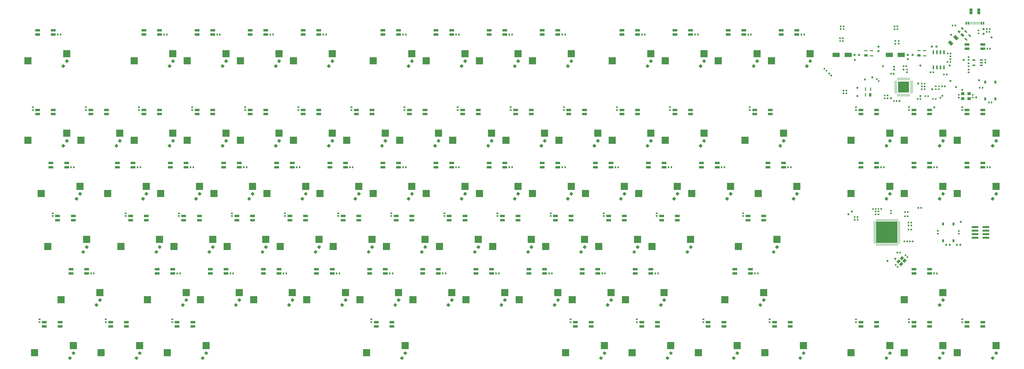
<source format=gbp>
G04 #@! TF.GenerationSoftware,KiCad,Pcbnew,5.1.10-88a1d61d58~90~ubuntu21.04.1*
G04 #@! TF.CreationDate,2021-09-24T17:47:48+02:00*
G04 #@! TF.ProjectId,Keyboard_80_with_USB_HUB_V3,4b657962-6f61-4726-945f-3830255f7769,rev?*
G04 #@! TF.SameCoordinates,Original*
G04 #@! TF.FileFunction,Paste,Bot*
G04 #@! TF.FilePolarity,Positive*
%FSLAX46Y46*%
G04 Gerber Fmt 4.6, Leading zero omitted, Abs format (unit mm)*
G04 Created by KiCad (PCBNEW 5.1.10-88a1d61d58~90~ubuntu21.04.1) date 2021-09-24 17:47:48*
%MOMM*%
%LPD*%
G01*
G04 APERTURE LIST*
%ADD10C,0.152400*%
%ADD11R,2.550000X2.500000*%
%ADD12R,7.600000X7.600000*%
%ADD13R,0.249200X0.854800*%
%ADD14R,0.854800X0.249200*%
%ADD15R,0.600000X0.700000*%
%ADD16R,0.700000X0.600000*%
%ADD17R,0.700000X1.000000*%
%ADD18R,3.860800X3.860800*%
%ADD19R,0.254000X1.066800*%
%ADD20R,1.066800X0.254000*%
%ADD21R,1.800000X0.820000*%
%ADD22R,1.003300X0.508000*%
%ADD23C,0.100000*%
%ADD24R,0.800000X0.655600*%
%ADD25R,0.655600X0.800000*%
%ADD26R,1.168400X0.431800*%
%ADD27R,1.168400X0.838200*%
%ADD28R,0.431800X1.168400*%
%ADD29R,0.838200X1.168400*%
%ADD30R,1.300000X1.100000*%
%ADD31R,2.641600X1.600200*%
%ADD32R,0.533400X1.460500*%
%ADD33R,1.000000X2.000000*%
%ADD34R,0.270000X1.000000*%
%ADD35R,0.520000X1.000000*%
%ADD36R,2.400000X0.740000*%
%ADD37C,0.750000*%
G04 APERTURE END LIST*
D10*
X304700000Y-62800000D02*
X304700000Y-64120000D01*
X304700000Y-64120000D02*
X303380000Y-64120000D01*
X303380000Y-64120000D02*
X303380000Y-62800000D01*
X303380000Y-62800000D02*
X304700000Y-62800000D01*
X304700000Y-64320000D02*
X304700000Y-65640000D01*
X304700000Y-65640000D02*
X303380000Y-65640000D01*
X303380000Y-65640000D02*
X303380000Y-64320000D01*
X303380000Y-64320000D02*
X304700000Y-64320000D01*
X304700000Y-65840000D02*
X304700000Y-67160000D01*
X304700000Y-67160000D02*
X303380000Y-67160000D01*
X303380000Y-67160000D02*
X303380000Y-65840000D01*
X303380000Y-65840000D02*
X304700000Y-65840000D01*
X304700000Y-67360000D02*
X304700000Y-68680000D01*
X304700000Y-68680000D02*
X303380000Y-68680000D01*
X303380000Y-68680000D02*
X303380000Y-67360000D01*
X303380000Y-67360000D02*
X304700000Y-67360000D01*
X304700000Y-68880000D02*
X304700000Y-70200000D01*
X304700000Y-70200000D02*
X303380000Y-70200000D01*
X303380000Y-70200000D02*
X303380000Y-68880000D01*
X303380000Y-68880000D02*
X304700000Y-68880000D01*
X303180000Y-62800000D02*
X303180000Y-64120000D01*
X303180000Y-64120000D02*
X301860000Y-64120000D01*
X301860000Y-64120000D02*
X301860000Y-62800000D01*
X301860000Y-62800000D02*
X303180000Y-62800000D01*
X303180000Y-64320000D02*
X303180000Y-65640000D01*
X303180000Y-65640000D02*
X301860000Y-65640000D01*
X301860000Y-65640000D02*
X301860000Y-64320000D01*
X301860000Y-64320000D02*
X303180000Y-64320000D01*
X303180000Y-65840000D02*
X303180000Y-67160000D01*
X303180000Y-67160000D02*
X301860000Y-67160000D01*
X301860000Y-67160000D02*
X301860000Y-65840000D01*
X301860000Y-65840000D02*
X303180000Y-65840000D01*
X303180000Y-67360000D02*
X303180000Y-68680000D01*
X303180000Y-68680000D02*
X301860000Y-68680000D01*
X301860000Y-68680000D02*
X301860000Y-67360000D01*
X301860000Y-67360000D02*
X303180000Y-67360000D01*
X303180000Y-68880000D02*
X303180000Y-70200000D01*
X303180000Y-70200000D02*
X301860000Y-70200000D01*
X301860000Y-70200000D02*
X301860000Y-68880000D01*
X301860000Y-68880000D02*
X303180000Y-68880000D01*
X301660000Y-62800000D02*
X301660000Y-64120000D01*
X301660000Y-64120000D02*
X300340000Y-64120000D01*
X300340000Y-64120000D02*
X300340000Y-62800000D01*
X300340000Y-62800000D02*
X301660000Y-62800000D01*
X301660000Y-64320000D02*
X301660000Y-65640000D01*
X301660000Y-65640000D02*
X300340000Y-65640000D01*
X300340000Y-65640000D02*
X300340000Y-64320000D01*
X300340000Y-64320000D02*
X301660000Y-64320000D01*
X301660000Y-65840000D02*
X301660000Y-67160000D01*
X301660000Y-67160000D02*
X300340000Y-67160000D01*
X300340000Y-67160000D02*
X300340000Y-65840000D01*
X300340000Y-65840000D02*
X301660000Y-65840000D01*
X301660000Y-67360000D02*
X301660000Y-68680000D01*
X301660000Y-68680000D02*
X300340000Y-68680000D01*
X300340000Y-68680000D02*
X300340000Y-67360000D01*
X300340000Y-67360000D02*
X301660000Y-67360000D01*
X301660000Y-68880000D02*
X301660000Y-70200000D01*
X301660000Y-70200000D02*
X300340000Y-70200000D01*
X300340000Y-70200000D02*
X300340000Y-68880000D01*
X300340000Y-68880000D02*
X301660000Y-68880000D01*
X300140000Y-62800000D02*
X300140000Y-64120000D01*
X300140000Y-64120000D02*
X298820000Y-64120000D01*
X298820000Y-64120000D02*
X298820000Y-62800000D01*
X298820000Y-62800000D02*
X300140000Y-62800000D01*
X300140000Y-64320000D02*
X300140000Y-65640000D01*
X300140000Y-65640000D02*
X298820000Y-65640000D01*
X298820000Y-65640000D02*
X298820000Y-64320000D01*
X298820000Y-64320000D02*
X300140000Y-64320000D01*
X300140000Y-65840000D02*
X300140000Y-67160000D01*
X300140000Y-67160000D02*
X298820000Y-67160000D01*
X298820000Y-67160000D02*
X298820000Y-65840000D01*
X298820000Y-65840000D02*
X300140000Y-65840000D01*
X300140000Y-67360000D02*
X300140000Y-68680000D01*
X300140000Y-68680000D02*
X298820000Y-68680000D01*
X298820000Y-68680000D02*
X298820000Y-67360000D01*
X298820000Y-67360000D02*
X300140000Y-67360000D01*
X300140000Y-68880000D02*
X300140000Y-70200000D01*
X300140000Y-70200000D02*
X298820000Y-70200000D01*
X298820000Y-70200000D02*
X298820000Y-68880000D01*
X298820000Y-68880000D02*
X300140000Y-68880000D01*
X298620000Y-62800000D02*
X298620000Y-64120000D01*
X298620000Y-64120000D02*
X297300000Y-64120000D01*
X297300000Y-64120000D02*
X297300000Y-62800000D01*
X297300000Y-62800000D02*
X298620000Y-62800000D01*
X298620000Y-64320000D02*
X298620000Y-65640000D01*
X298620000Y-65640000D02*
X297300000Y-65640000D01*
X297300000Y-65640000D02*
X297300000Y-64320000D01*
X297300000Y-64320000D02*
X298620000Y-64320000D01*
X298620000Y-65840000D02*
X298620000Y-67160000D01*
X298620000Y-67160000D02*
X297300000Y-67160000D01*
X297300000Y-67160000D02*
X297300000Y-65840000D01*
X297300000Y-65840000D02*
X298620000Y-65840000D01*
X298620000Y-67360000D02*
X298620000Y-68680000D01*
X298620000Y-68680000D02*
X297300000Y-68680000D01*
X297300000Y-68680000D02*
X297300000Y-67360000D01*
X297300000Y-67360000D02*
X298620000Y-67360000D01*
X298620000Y-68880000D02*
X298620000Y-70200000D01*
X298620000Y-70200000D02*
X297300000Y-70200000D01*
X297300000Y-70200000D02*
X297300000Y-68880000D01*
X297300000Y-68880000D02*
X298620000Y-68880000D01*
X305144530Y-16355470D02*
X305144530Y-15781100D01*
X305144530Y-15781100D02*
X305577479Y-15781100D01*
X305577479Y-15781100D02*
X305577479Y-15781100D01*
X305577479Y-15781100D02*
X305718900Y-15922521D01*
X305718900Y-15922521D02*
X305718900Y-15922521D01*
X305718900Y-15922521D02*
X305718900Y-16355470D01*
X305718900Y-16355470D02*
X305144530Y-16355470D01*
X305144530Y-15581100D02*
X305144530Y-14993700D01*
X305144530Y-14993700D02*
X305577479Y-14993700D01*
X305577479Y-14993700D02*
X305577479Y-14993700D01*
X305577479Y-14993700D02*
X305718900Y-15135121D01*
X305718900Y-15135121D02*
X305718900Y-15135121D01*
X305718900Y-15135121D02*
X305718900Y-15439679D01*
X305718900Y-15439679D02*
X305718900Y-15439679D01*
X305718900Y-15439679D02*
X305577479Y-15581100D01*
X305577479Y-15581100D02*
X305577479Y-15581100D01*
X305577479Y-15581100D02*
X305144530Y-15581100D01*
X305144530Y-14793700D02*
X305144530Y-14206300D01*
X305144530Y-14206300D02*
X305577479Y-14206300D01*
X305577479Y-14206300D02*
X305577479Y-14206300D01*
X305577479Y-14206300D02*
X305718900Y-14347721D01*
X305718900Y-14347721D02*
X305718900Y-14347721D01*
X305718900Y-14347721D02*
X305718900Y-14652279D01*
X305718900Y-14652279D02*
X305718900Y-14652279D01*
X305718900Y-14652279D02*
X305577479Y-14793700D01*
X305577479Y-14793700D02*
X305577479Y-14793700D01*
X305577479Y-14793700D02*
X305144530Y-14793700D01*
X305144530Y-14006300D02*
X305144530Y-13418900D01*
X305144530Y-13418900D02*
X305577479Y-13418900D01*
X305577479Y-13418900D02*
X305577479Y-13418900D01*
X305577479Y-13418900D02*
X305718900Y-13560321D01*
X305718900Y-13560321D02*
X305718900Y-13560321D01*
X305718900Y-13560321D02*
X305718900Y-13864879D01*
X305718900Y-13864879D02*
X305718900Y-13864879D01*
X305718900Y-13864879D02*
X305577479Y-14006300D01*
X305577479Y-14006300D02*
X305577479Y-14006300D01*
X305577479Y-14006300D02*
X305144530Y-14006300D01*
X305144530Y-13218900D02*
X305144530Y-12644530D01*
X305144530Y-12644530D02*
X305718900Y-12644530D01*
X305718900Y-12644530D02*
X305718900Y-13077479D01*
X305718900Y-13077479D02*
X305718900Y-13077479D01*
X305718900Y-13077479D02*
X305577479Y-13218900D01*
X305577479Y-13218900D02*
X305577479Y-13218900D01*
X305577479Y-13218900D02*
X305144530Y-13218900D01*
X305918900Y-16355470D02*
X305918900Y-15922521D01*
X305918900Y-15922521D02*
X305918900Y-15922521D01*
X305918900Y-15922521D02*
X306060321Y-15781100D01*
X306060321Y-15781100D02*
X306060321Y-15781100D01*
X306060321Y-15781100D02*
X306364879Y-15781100D01*
X306364879Y-15781100D02*
X306364879Y-15781100D01*
X306364879Y-15781100D02*
X306506300Y-15922521D01*
X306506300Y-15922521D02*
X306506300Y-15922521D01*
X306506300Y-15922521D02*
X306506300Y-16355470D01*
X306506300Y-16355470D02*
X305918900Y-16355470D01*
X306060321Y-15581100D02*
X306060321Y-15581100D01*
X306060321Y-15581100D02*
X305918900Y-15439679D01*
X305918900Y-15439679D02*
X305918900Y-15439679D01*
X305918900Y-15439679D02*
X305918900Y-15135121D01*
X305918900Y-15135121D02*
X305918900Y-15135121D01*
X305918900Y-15135121D02*
X306060321Y-14993700D01*
X306060321Y-14993700D02*
X306060321Y-14993700D01*
X306060321Y-14993700D02*
X306364879Y-14993700D01*
X306364879Y-14993700D02*
X306364879Y-14993700D01*
X306364879Y-14993700D02*
X306506300Y-15135121D01*
X306506300Y-15135121D02*
X306506300Y-15135121D01*
X306506300Y-15135121D02*
X306506300Y-15439679D01*
X306506300Y-15439679D02*
X306506300Y-15439679D01*
X306506300Y-15439679D02*
X306364879Y-15581100D01*
X306364879Y-15581100D02*
X306364879Y-15581100D01*
X306364879Y-15581100D02*
X306060321Y-15581100D01*
X306060321Y-14793700D02*
X306060321Y-14793700D01*
X306060321Y-14793700D02*
X305918900Y-14652279D01*
X305918900Y-14652279D02*
X305918900Y-14652279D01*
X305918900Y-14652279D02*
X305918900Y-14347721D01*
X305918900Y-14347721D02*
X305918900Y-14347721D01*
X305918900Y-14347721D02*
X306060321Y-14206300D01*
X306060321Y-14206300D02*
X306060321Y-14206300D01*
X306060321Y-14206300D02*
X306364879Y-14206300D01*
X306364879Y-14206300D02*
X306364879Y-14206300D01*
X306364879Y-14206300D02*
X306506300Y-14347721D01*
X306506300Y-14347721D02*
X306506300Y-14347721D01*
X306506300Y-14347721D02*
X306506300Y-14652279D01*
X306506300Y-14652279D02*
X306506300Y-14652279D01*
X306506300Y-14652279D02*
X306364879Y-14793700D01*
X306364879Y-14793700D02*
X306364879Y-14793700D01*
X306364879Y-14793700D02*
X306060321Y-14793700D01*
X306060321Y-14006300D02*
X306060321Y-14006300D01*
X306060321Y-14006300D02*
X305918900Y-13864879D01*
X305918900Y-13864879D02*
X305918900Y-13864879D01*
X305918900Y-13864879D02*
X305918900Y-13560321D01*
X305918900Y-13560321D02*
X305918900Y-13560321D01*
X305918900Y-13560321D02*
X306060321Y-13418900D01*
X306060321Y-13418900D02*
X306060321Y-13418900D01*
X306060321Y-13418900D02*
X306364879Y-13418900D01*
X306364879Y-13418900D02*
X306364879Y-13418900D01*
X306364879Y-13418900D02*
X306506300Y-13560321D01*
X306506300Y-13560321D02*
X306506300Y-13560321D01*
X306506300Y-13560321D02*
X306506300Y-13864879D01*
X306506300Y-13864879D02*
X306506300Y-13864879D01*
X306506300Y-13864879D02*
X306364879Y-14006300D01*
X306364879Y-14006300D02*
X306364879Y-14006300D01*
X306364879Y-14006300D02*
X306060321Y-14006300D01*
X306060321Y-13218900D02*
X306060321Y-13218900D01*
X306060321Y-13218900D02*
X305918900Y-13077479D01*
X305918900Y-13077479D02*
X305918900Y-13077479D01*
X305918900Y-13077479D02*
X305918900Y-12644530D01*
X305918900Y-12644530D02*
X306506300Y-12644530D01*
X306506300Y-12644530D02*
X306506300Y-13077479D01*
X306506300Y-13077479D02*
X306506300Y-13077479D01*
X306506300Y-13077479D02*
X306364879Y-13218900D01*
X306364879Y-13218900D02*
X306364879Y-13218900D01*
X306364879Y-13218900D02*
X306060321Y-13218900D01*
X306706300Y-16355470D02*
X306706300Y-15922521D01*
X306706300Y-15922521D02*
X306706300Y-15922521D01*
X306706300Y-15922521D02*
X306847721Y-15781100D01*
X306847721Y-15781100D02*
X306847721Y-15781100D01*
X306847721Y-15781100D02*
X307152279Y-15781100D01*
X307152279Y-15781100D02*
X307152279Y-15781100D01*
X307152279Y-15781100D02*
X307293700Y-15922521D01*
X307293700Y-15922521D02*
X307293700Y-15922521D01*
X307293700Y-15922521D02*
X307293700Y-16355470D01*
X307293700Y-16355470D02*
X306706300Y-16355470D01*
X306847721Y-15581100D02*
X306847721Y-15581100D01*
X306847721Y-15581100D02*
X306706300Y-15439679D01*
X306706300Y-15439679D02*
X306706300Y-15439679D01*
X306706300Y-15439679D02*
X306706300Y-15135121D01*
X306706300Y-15135121D02*
X306706300Y-15135121D01*
X306706300Y-15135121D02*
X306847721Y-14993700D01*
X306847721Y-14993700D02*
X306847721Y-14993700D01*
X306847721Y-14993700D02*
X307152279Y-14993700D01*
X307152279Y-14993700D02*
X307152279Y-14993700D01*
X307152279Y-14993700D02*
X307293700Y-15135121D01*
X307293700Y-15135121D02*
X307293700Y-15135121D01*
X307293700Y-15135121D02*
X307293700Y-15439679D01*
X307293700Y-15439679D02*
X307293700Y-15439679D01*
X307293700Y-15439679D02*
X307152279Y-15581100D01*
X307152279Y-15581100D02*
X307152279Y-15581100D01*
X307152279Y-15581100D02*
X306847721Y-15581100D01*
X306847721Y-14793700D02*
X306847721Y-14793700D01*
X306847721Y-14793700D02*
X306706300Y-14652279D01*
X306706300Y-14652279D02*
X306706300Y-14652279D01*
X306706300Y-14652279D02*
X306706300Y-14347721D01*
X306706300Y-14347721D02*
X306706300Y-14347721D01*
X306706300Y-14347721D02*
X306847721Y-14206300D01*
X306847721Y-14206300D02*
X306847721Y-14206300D01*
X306847721Y-14206300D02*
X307152279Y-14206300D01*
X307152279Y-14206300D02*
X307152279Y-14206300D01*
X307152279Y-14206300D02*
X307293700Y-14347721D01*
X307293700Y-14347721D02*
X307293700Y-14347721D01*
X307293700Y-14347721D02*
X307293700Y-14652279D01*
X307293700Y-14652279D02*
X307293700Y-14652279D01*
X307293700Y-14652279D02*
X307152279Y-14793700D01*
X307152279Y-14793700D02*
X307152279Y-14793700D01*
X307152279Y-14793700D02*
X306847721Y-14793700D01*
X306847721Y-14006300D02*
X306847721Y-14006300D01*
X306847721Y-14006300D02*
X306706300Y-13864879D01*
X306706300Y-13864879D02*
X306706300Y-13864879D01*
X306706300Y-13864879D02*
X306706300Y-13560321D01*
X306706300Y-13560321D02*
X306706300Y-13560321D01*
X306706300Y-13560321D02*
X306847721Y-13418900D01*
X306847721Y-13418900D02*
X306847721Y-13418900D01*
X306847721Y-13418900D02*
X307152279Y-13418900D01*
X307152279Y-13418900D02*
X307152279Y-13418900D01*
X307152279Y-13418900D02*
X307293700Y-13560321D01*
X307293700Y-13560321D02*
X307293700Y-13560321D01*
X307293700Y-13560321D02*
X307293700Y-13864879D01*
X307293700Y-13864879D02*
X307293700Y-13864879D01*
X307293700Y-13864879D02*
X307152279Y-14006300D01*
X307152279Y-14006300D02*
X307152279Y-14006300D01*
X307152279Y-14006300D02*
X306847721Y-14006300D01*
X306847721Y-13218900D02*
X306847721Y-13218900D01*
X306847721Y-13218900D02*
X306706300Y-13077479D01*
X306706300Y-13077479D02*
X306706300Y-13077479D01*
X306706300Y-13077479D02*
X306706300Y-12644530D01*
X306706300Y-12644530D02*
X307293700Y-12644530D01*
X307293700Y-12644530D02*
X307293700Y-13077479D01*
X307293700Y-13077479D02*
X307293700Y-13077479D01*
X307293700Y-13077479D02*
X307152279Y-13218900D01*
X307152279Y-13218900D02*
X307152279Y-13218900D01*
X307152279Y-13218900D02*
X306847721Y-13218900D01*
X307493700Y-16355470D02*
X307493700Y-15922521D01*
X307493700Y-15922521D02*
X307493700Y-15922521D01*
X307493700Y-15922521D02*
X307635121Y-15781100D01*
X307635121Y-15781100D02*
X307635121Y-15781100D01*
X307635121Y-15781100D02*
X307939679Y-15781100D01*
X307939679Y-15781100D02*
X307939679Y-15781100D01*
X307939679Y-15781100D02*
X308081100Y-15922521D01*
X308081100Y-15922521D02*
X308081100Y-15922521D01*
X308081100Y-15922521D02*
X308081100Y-16355470D01*
X308081100Y-16355470D02*
X307493700Y-16355470D01*
X307635121Y-15581100D02*
X307635121Y-15581100D01*
X307635121Y-15581100D02*
X307493700Y-15439679D01*
X307493700Y-15439679D02*
X307493700Y-15439679D01*
X307493700Y-15439679D02*
X307493700Y-15135121D01*
X307493700Y-15135121D02*
X307493700Y-15135121D01*
X307493700Y-15135121D02*
X307635121Y-14993700D01*
X307635121Y-14993700D02*
X307635121Y-14993700D01*
X307635121Y-14993700D02*
X307939679Y-14993700D01*
X307939679Y-14993700D02*
X307939679Y-14993700D01*
X307939679Y-14993700D02*
X308081100Y-15135121D01*
X308081100Y-15135121D02*
X308081100Y-15135121D01*
X308081100Y-15135121D02*
X308081100Y-15439679D01*
X308081100Y-15439679D02*
X308081100Y-15439679D01*
X308081100Y-15439679D02*
X307939679Y-15581100D01*
X307939679Y-15581100D02*
X307939679Y-15581100D01*
X307939679Y-15581100D02*
X307635121Y-15581100D01*
X307635121Y-14793700D02*
X307635121Y-14793700D01*
X307635121Y-14793700D02*
X307493700Y-14652279D01*
X307493700Y-14652279D02*
X307493700Y-14652279D01*
X307493700Y-14652279D02*
X307493700Y-14347721D01*
X307493700Y-14347721D02*
X307493700Y-14347721D01*
X307493700Y-14347721D02*
X307635121Y-14206300D01*
X307635121Y-14206300D02*
X307635121Y-14206300D01*
X307635121Y-14206300D02*
X307939679Y-14206300D01*
X307939679Y-14206300D02*
X307939679Y-14206300D01*
X307939679Y-14206300D02*
X308081100Y-14347721D01*
X308081100Y-14347721D02*
X308081100Y-14347721D01*
X308081100Y-14347721D02*
X308081100Y-14652279D01*
X308081100Y-14652279D02*
X308081100Y-14652279D01*
X308081100Y-14652279D02*
X307939679Y-14793700D01*
X307939679Y-14793700D02*
X307939679Y-14793700D01*
X307939679Y-14793700D02*
X307635121Y-14793700D01*
X307635121Y-14006300D02*
X307635121Y-14006300D01*
X307635121Y-14006300D02*
X307493700Y-13864879D01*
X307493700Y-13864879D02*
X307493700Y-13864879D01*
X307493700Y-13864879D02*
X307493700Y-13560321D01*
X307493700Y-13560321D02*
X307493700Y-13560321D01*
X307493700Y-13560321D02*
X307635121Y-13418900D01*
X307635121Y-13418900D02*
X307635121Y-13418900D01*
X307635121Y-13418900D02*
X307939679Y-13418900D01*
X307939679Y-13418900D02*
X307939679Y-13418900D01*
X307939679Y-13418900D02*
X308081100Y-13560321D01*
X308081100Y-13560321D02*
X308081100Y-13560321D01*
X308081100Y-13560321D02*
X308081100Y-13864879D01*
X308081100Y-13864879D02*
X308081100Y-13864879D01*
X308081100Y-13864879D02*
X307939679Y-14006300D01*
X307939679Y-14006300D02*
X307939679Y-14006300D01*
X307939679Y-14006300D02*
X307635121Y-14006300D01*
X307635121Y-13218900D02*
X307635121Y-13218900D01*
X307635121Y-13218900D02*
X307493700Y-13077479D01*
X307493700Y-13077479D02*
X307493700Y-13077479D01*
X307493700Y-13077479D02*
X307493700Y-12644530D01*
X307493700Y-12644530D02*
X308081100Y-12644530D01*
X308081100Y-12644530D02*
X308081100Y-13077479D01*
X308081100Y-13077479D02*
X308081100Y-13077479D01*
X308081100Y-13077479D02*
X307939679Y-13218900D01*
X307939679Y-13218900D02*
X307939679Y-13218900D01*
X307939679Y-13218900D02*
X307635121Y-13218900D01*
X308281100Y-16355470D02*
X308281100Y-15922521D01*
X308281100Y-15922521D02*
X308281100Y-15922521D01*
X308281100Y-15922521D02*
X308422521Y-15781100D01*
X308422521Y-15781100D02*
X308422521Y-15781100D01*
X308422521Y-15781100D02*
X308855470Y-15781100D01*
X308855470Y-15781100D02*
X308855470Y-16355470D01*
X308855470Y-16355470D02*
X308281100Y-16355470D01*
X308422521Y-15581100D02*
X308422521Y-15581100D01*
X308422521Y-15581100D02*
X308281100Y-15439679D01*
X308281100Y-15439679D02*
X308281100Y-15439679D01*
X308281100Y-15439679D02*
X308281100Y-15135121D01*
X308281100Y-15135121D02*
X308281100Y-15135121D01*
X308281100Y-15135121D02*
X308422521Y-14993700D01*
X308422521Y-14993700D02*
X308422521Y-14993700D01*
X308422521Y-14993700D02*
X308855470Y-14993700D01*
X308855470Y-14993700D02*
X308855470Y-15581100D01*
X308855470Y-15581100D02*
X308422521Y-15581100D01*
X308422521Y-14793700D02*
X308422521Y-14793700D01*
X308422521Y-14793700D02*
X308281100Y-14652279D01*
X308281100Y-14652279D02*
X308281100Y-14652279D01*
X308281100Y-14652279D02*
X308281100Y-14347721D01*
X308281100Y-14347721D02*
X308281100Y-14347721D01*
X308281100Y-14347721D02*
X308422521Y-14206300D01*
X308422521Y-14206300D02*
X308422521Y-14206300D01*
X308422521Y-14206300D02*
X308855470Y-14206300D01*
X308855470Y-14206300D02*
X308855470Y-14793700D01*
X308855470Y-14793700D02*
X308422521Y-14793700D01*
X308422521Y-14006300D02*
X308422521Y-14006300D01*
X308422521Y-14006300D02*
X308281100Y-13864879D01*
X308281100Y-13864879D02*
X308281100Y-13864879D01*
X308281100Y-13864879D02*
X308281100Y-13560321D01*
X308281100Y-13560321D02*
X308281100Y-13560321D01*
X308281100Y-13560321D02*
X308422521Y-13418900D01*
X308422521Y-13418900D02*
X308422521Y-13418900D01*
X308422521Y-13418900D02*
X308855470Y-13418900D01*
X308855470Y-13418900D02*
X308855470Y-14006300D01*
X308855470Y-14006300D02*
X308422521Y-14006300D01*
X308422521Y-13218900D02*
X308422521Y-13218900D01*
X308422521Y-13218900D02*
X308281100Y-13077479D01*
X308281100Y-13077479D02*
X308281100Y-13077479D01*
X308281100Y-13077479D02*
X308281100Y-12644530D01*
X308281100Y-12644530D02*
X308855470Y-12644530D01*
X308855470Y-12644530D02*
X308855470Y-13218900D01*
X308855470Y-13218900D02*
X308422521Y-13218900D01*
D11*
X7560000Y-2540000D03*
X-6290000Y-5080000D03*
X45560000Y-2540000D03*
X31710000Y-5080000D03*
X64560000Y-2540000D03*
X50710000Y-5080000D03*
X83560000Y-2540000D03*
X69710000Y-5080000D03*
X102560000Y-2540000D03*
X88710000Y-5080000D03*
X131060000Y-2540000D03*
X117210000Y-5080000D03*
X150060000Y-2540000D03*
X136210000Y-5080000D03*
X169060000Y-2540000D03*
X155210000Y-5080000D03*
X188060000Y-2540000D03*
X174210000Y-5080000D03*
X216560000Y-2540000D03*
X202710000Y-5080000D03*
X235560000Y-2540000D03*
X221710000Y-5080000D03*
X254560000Y-2540000D03*
X240710000Y-5080000D03*
X273560000Y-2540000D03*
X259710000Y-5080000D03*
X7560000Y-31040000D03*
X-6290000Y-33580000D03*
X26560000Y-31040000D03*
X12710000Y-33580000D03*
X45560000Y-31040000D03*
X31710000Y-33580000D03*
X64560000Y-31040000D03*
X50710000Y-33580000D03*
X83560000Y-31040000D03*
X69710000Y-33580000D03*
X102560000Y-31040000D03*
X88710000Y-33580000D03*
X121560000Y-31040000D03*
X107710000Y-33580000D03*
X140560000Y-31040000D03*
X126710000Y-33580000D03*
X159560000Y-31040000D03*
X145710000Y-33580000D03*
X178560000Y-31040000D03*
X164710000Y-33580000D03*
X197560000Y-31040000D03*
X183710000Y-33580000D03*
X216560000Y-31040000D03*
X202710000Y-33580000D03*
X235560000Y-31040000D03*
X221710000Y-33580000D03*
X302060000Y-31040000D03*
X288210000Y-33580000D03*
X321060000Y-31040000D03*
X307210000Y-33580000D03*
X340060000Y-31040000D03*
X326210000Y-33580000D03*
X36060000Y-50040000D03*
X22210000Y-52580000D03*
X55060000Y-50040000D03*
X41210000Y-52580000D03*
X74060000Y-50040000D03*
X60210000Y-52580000D03*
X93060000Y-50040000D03*
X79210000Y-52580000D03*
X112060000Y-50040000D03*
X98210000Y-52580000D03*
X131060000Y-50040000D03*
X117210000Y-52580000D03*
X150060000Y-50040000D03*
X136210000Y-52580000D03*
X169060000Y-50040000D03*
X155210000Y-52580000D03*
X188060000Y-50040000D03*
X174210000Y-52580000D03*
X207060000Y-50040000D03*
X193210000Y-52580000D03*
X226060000Y-50040000D03*
X212210000Y-52580000D03*
X302060000Y-50040000D03*
X288210000Y-52580000D03*
X321060000Y-50040000D03*
X307210000Y-52580000D03*
X340060000Y-50040000D03*
X326210000Y-52580000D03*
X40810000Y-69040000D03*
X26960000Y-71580000D03*
X59810000Y-69040000D03*
X45960000Y-71580000D03*
X78810000Y-69040000D03*
X64960000Y-71580000D03*
X97810000Y-69040000D03*
X83960000Y-71580000D03*
X116810000Y-69040000D03*
X102960000Y-71580000D03*
X135810000Y-69040000D03*
X121960000Y-71580000D03*
X154810000Y-69040000D03*
X140960000Y-71580000D03*
X173810000Y-69040000D03*
X159960000Y-71580000D03*
X192810000Y-69040000D03*
X178960000Y-71580000D03*
X211810000Y-69040000D03*
X197960000Y-71580000D03*
X230810000Y-69040000D03*
X216960000Y-71580000D03*
X50310000Y-88040000D03*
X36460000Y-90580000D03*
X69310000Y-88040000D03*
X55460000Y-90580000D03*
X88310000Y-88040000D03*
X74460000Y-90580000D03*
X107310000Y-88040000D03*
X93460000Y-90580000D03*
X126310000Y-88040000D03*
X112460000Y-90580000D03*
X145310000Y-88040000D03*
X131460000Y-90580000D03*
X164310000Y-88040000D03*
X150460000Y-90580000D03*
X183310000Y-88040000D03*
X169460000Y-90580000D03*
X202310000Y-88040000D03*
X188460000Y-90580000D03*
X221310000Y-88040000D03*
X207460000Y-90580000D03*
X321060000Y-88040000D03*
X307210000Y-90580000D03*
X302060000Y-107040000D03*
X288210000Y-109580000D03*
X321060000Y-107040000D03*
X307210000Y-109580000D03*
X340060000Y-107040000D03*
X326210000Y-109580000D03*
X264060000Y-31040000D03*
X250210000Y-33580000D03*
X245060000Y-50040000D03*
X231210000Y-52580000D03*
X12310000Y-50040000D03*
X-1540000Y-52580000D03*
X14685000Y-69040000D03*
X835000Y-71580000D03*
X261685000Y-69040000D03*
X247835000Y-71580000D03*
X19435000Y-88040000D03*
X5585000Y-90580000D03*
X256935000Y-88040000D03*
X243085000Y-90580000D03*
X9935000Y-107040000D03*
X-3915000Y-109580000D03*
X33685000Y-107040000D03*
X19835000Y-109580000D03*
X57435000Y-107040000D03*
X43585000Y-109580000D03*
X128685000Y-107040000D03*
X114835000Y-109580000D03*
X199935000Y-107040000D03*
X186085000Y-109580000D03*
X223685000Y-107040000D03*
X209835000Y-109580000D03*
X247435000Y-107040000D03*
X233585000Y-109580000D03*
X271185000Y-107040000D03*
X257335000Y-109580000D03*
X268810000Y-50040000D03*
X254960000Y-52580000D03*
D12*
X301000000Y-66500000D03*
D13*
X304750000Y-62122600D03*
X304250001Y-62122600D03*
X303750000Y-62122600D03*
X303250001Y-62122600D03*
X302749999Y-62122600D03*
X302250000Y-62122600D03*
X301750001Y-62122600D03*
X301250000Y-62122600D03*
X300750000Y-62122600D03*
X300249999Y-62122600D03*
X299750000Y-62122600D03*
X299250001Y-62122600D03*
X298749999Y-62122600D03*
X298250000Y-62122600D03*
X297749999Y-62122600D03*
X297250000Y-62122600D03*
D14*
X296622600Y-62750000D03*
X296622600Y-63249999D03*
X296622600Y-63750000D03*
X296622600Y-64249999D03*
X296622600Y-64750001D03*
X296622600Y-65250000D03*
X296622600Y-65749999D03*
X296622600Y-66250000D03*
X296622600Y-66750000D03*
X296622600Y-67250001D03*
X296622600Y-67750000D03*
X296622600Y-68249999D03*
X296622600Y-68750001D03*
X296622600Y-69250000D03*
X296622600Y-69750001D03*
X296622600Y-70250000D03*
D13*
X297250000Y-70877400D03*
X297749999Y-70877400D03*
X298250000Y-70877400D03*
X298749999Y-70877400D03*
X299250001Y-70877400D03*
X299750000Y-70877400D03*
X300249999Y-70877400D03*
X300750000Y-70877400D03*
X301250000Y-70877400D03*
X301750001Y-70877400D03*
X302250000Y-70877400D03*
X302749999Y-70877400D03*
X303250001Y-70877400D03*
X303750000Y-70877400D03*
X304250001Y-70877400D03*
X304750000Y-70877400D03*
D14*
X305377400Y-70250000D03*
X305377400Y-69750001D03*
X305377400Y-69250000D03*
X305377400Y-68750001D03*
X305377400Y-68249999D03*
X305377400Y-67750000D03*
X305377400Y-67250001D03*
X305377400Y-66750000D03*
X305377400Y-66250000D03*
X305377400Y-65749999D03*
X305377400Y-65250000D03*
X305377400Y-64750001D03*
X305377400Y-64249999D03*
X305377400Y-63750000D03*
X305377400Y-63249999D03*
X305377400Y-62750000D03*
D15*
X17275000Y-81170000D03*
X16275000Y-81170000D03*
X48150000Y-81170000D03*
X47150000Y-81170000D03*
X67150000Y-81170000D03*
X66150000Y-81170000D03*
X86150000Y-81170000D03*
X85150000Y-81170000D03*
X105150000Y-81170000D03*
X104150000Y-81170000D03*
X124150000Y-81170000D03*
X123150000Y-81170000D03*
X143150000Y-81170000D03*
X142150000Y-81170000D03*
X162150000Y-81170000D03*
X161150000Y-81170000D03*
X181150000Y-81170000D03*
X180150000Y-81170000D03*
X200150000Y-81170000D03*
X199150000Y-81170000D03*
X219150000Y-81170000D03*
X218150000Y-81170000D03*
X254775000Y-81170000D03*
X253775000Y-81170000D03*
X318900000Y-81170000D03*
X317900000Y-81170000D03*
X10150000Y-43170000D03*
X9150000Y-43170000D03*
X33900000Y-43170000D03*
X32900000Y-43170000D03*
X52900000Y-43170000D03*
X51900000Y-43170000D03*
X71900000Y-43170000D03*
X70900000Y-43170000D03*
X90900000Y-43170000D03*
X89900000Y-43170000D03*
X109900000Y-43170000D03*
X108900000Y-43170000D03*
X128900000Y-43170000D03*
X127900000Y-43170000D03*
X147900000Y-43170000D03*
X146900000Y-43170000D03*
X166900000Y-43170000D03*
X165900000Y-43170000D03*
X185900000Y-43170000D03*
X184900000Y-43170000D03*
X204900000Y-43170000D03*
X203900000Y-43170000D03*
X223900000Y-43170000D03*
X222900000Y-43170000D03*
X242900000Y-43170000D03*
X241900000Y-43170000D03*
X266650000Y-43170000D03*
X265650000Y-43170000D03*
X299900000Y-43170000D03*
X298900000Y-43170000D03*
X318900000Y-43170000D03*
X317900000Y-43170000D03*
X337900000Y-43170000D03*
X336900000Y-43170000D03*
X5400000Y4330000D03*
X4400000Y4330000D03*
X43400000Y4330000D03*
X42400000Y4330000D03*
X62400000Y4330000D03*
X61400000Y4330000D03*
X81400000Y4330000D03*
X80400000Y4330000D03*
X100400000Y4330000D03*
X99400000Y4330000D03*
X128900000Y4330000D03*
X127900000Y4330000D03*
X147900000Y4330000D03*
X146900000Y4330000D03*
X166900000Y4330000D03*
X165900000Y4330000D03*
X185900000Y4330000D03*
X184900000Y4330000D03*
X214400000Y4330000D03*
X213400000Y4330000D03*
X233400000Y4330000D03*
X232400000Y4330000D03*
X252400000Y4330000D03*
X251400000Y4330000D03*
X271400000Y4330000D03*
X270400000Y4330000D03*
X337900000Y-750000D03*
X336900000Y-750000D03*
D16*
X-4560000Y-21670000D03*
X-4560000Y-22670000D03*
X14440000Y-21670000D03*
X14440000Y-22670000D03*
X33440000Y-21670000D03*
X33440000Y-22670000D03*
X52440000Y-21670000D03*
X52440000Y-22670000D03*
X71440000Y-21670000D03*
X71440000Y-22670000D03*
X90440000Y-21670000D03*
X90440000Y-22670000D03*
X109440000Y-21670000D03*
X109440000Y-22670000D03*
X128440000Y-21670000D03*
X128440000Y-22670000D03*
X147440000Y-21670000D03*
X147440000Y-22670000D03*
X166440000Y-21670000D03*
X166440000Y-22670000D03*
X185440000Y-21670000D03*
X185440000Y-22670000D03*
X204440000Y-21670000D03*
X204440000Y-22670000D03*
X223440000Y-21670000D03*
X223440000Y-22670000D03*
X251940000Y-21670000D03*
X251940000Y-22670000D03*
X289940000Y-21670000D03*
X289940000Y-22670000D03*
X308940000Y-21670000D03*
X308940000Y-22670000D03*
X327940000Y-21670000D03*
X327940000Y-22670000D03*
X2565000Y-59670000D03*
X2565000Y-60670000D03*
X28690000Y-59670000D03*
X28690000Y-60670000D03*
X47690000Y-59670000D03*
X47690000Y-60670000D03*
X66690000Y-59670000D03*
X66690000Y-60670000D03*
X85690000Y-59670000D03*
X85690000Y-60670000D03*
X104690000Y-59670000D03*
X104690000Y-60670000D03*
X123690000Y-59670000D03*
X123690000Y-60670000D03*
X142690000Y-59670000D03*
X142690000Y-60670000D03*
X161690000Y-59670000D03*
X161690000Y-60670000D03*
X180690000Y-59670000D03*
X180690000Y-60670000D03*
X199690000Y-59670000D03*
X199690000Y-60670000D03*
X218690000Y-59670000D03*
X218690000Y-60670000D03*
X249565000Y-59670000D03*
X249565000Y-60670000D03*
X-2185000Y-97670000D03*
X-2185000Y-98670000D03*
X21565000Y-97670000D03*
X21565000Y-98670000D03*
X45315000Y-97670000D03*
X45315000Y-98670000D03*
X116565000Y-97670000D03*
X116565000Y-98670000D03*
X187815000Y-97670000D03*
X187815000Y-98670000D03*
X211565000Y-97670000D03*
X211565000Y-98670000D03*
X235315000Y-97670000D03*
X235315000Y-98670000D03*
X259065000Y-97670000D03*
X259065000Y-98670000D03*
X289940000Y-97670000D03*
X289940000Y-98670000D03*
X308940000Y-97670000D03*
X308940000Y-98670000D03*
X327940000Y-97670000D03*
X327940000Y-98670000D03*
D17*
X339850000Y-18750000D03*
X339850000Y-12750000D03*
X336150000Y-18750000D03*
X336150000Y-12750000D03*
X324850000Y-69500000D03*
X324850000Y-63500000D03*
X321150000Y-69500000D03*
X321150000Y-63500000D03*
D18*
X307000000Y-14500000D03*
D19*
X304968000Y-17344800D03*
X305476000Y-17344800D03*
X305984000Y-17344800D03*
X306492000Y-17344800D03*
X307000000Y-17344800D03*
X307508000Y-17344800D03*
X308016000Y-17344800D03*
X308524000Y-17344800D03*
X309032000Y-17344800D03*
D20*
X309844800Y-16532000D03*
X309844800Y-16024000D03*
X309844800Y-15516000D03*
X309844800Y-15008000D03*
X309844800Y-14500000D03*
X309844800Y-13992000D03*
X309844800Y-13484000D03*
X309844800Y-12976000D03*
X309844800Y-12468000D03*
D19*
X309032000Y-11655200D03*
X308524000Y-11655200D03*
X308016000Y-11655200D03*
X307508000Y-11655200D03*
X307000000Y-11655200D03*
X306492000Y-11655200D03*
X305984000Y-11655200D03*
X305476000Y-11655200D03*
X304968000Y-11655200D03*
D20*
X304155200Y-12468000D03*
X304155200Y-12976000D03*
X304155200Y-13484000D03*
X304155200Y-13992000D03*
X304155200Y-14500000D03*
X304155200Y-15008000D03*
X304155200Y-15516000D03*
X304155200Y-16024000D03*
X304155200Y-16532000D03*
D21*
X335300000Y-22670000D03*
X335300000Y-24170000D03*
X329700000Y-24170000D03*
X329700000Y-22670000D03*
X2800000Y-22670000D03*
X2800000Y-24170000D03*
X-2800000Y-24170000D03*
X-2800000Y-22670000D03*
X21800000Y-22670000D03*
X21800000Y-24170000D03*
X16200000Y-24170000D03*
X16200000Y-22670000D03*
X40800000Y-22670000D03*
X40800000Y-24170000D03*
X35200000Y-24170000D03*
X35200000Y-22670000D03*
X59800000Y-22670000D03*
X59800000Y-24170000D03*
X54200000Y-24170000D03*
X54200000Y-22670000D03*
X78800000Y-22670000D03*
X78800000Y-24170000D03*
X73200000Y-24170000D03*
X73200000Y-22670000D03*
X97800000Y-22670000D03*
X97800000Y-24170000D03*
X92200000Y-24170000D03*
X92200000Y-22670000D03*
X116800000Y-22670000D03*
X116800000Y-24170000D03*
X111200000Y-24170000D03*
X111200000Y-22670000D03*
X135800000Y-22670000D03*
X135800000Y-24170000D03*
X130200000Y-24170000D03*
X130200000Y-22670000D03*
X154800000Y-22670000D03*
X154800000Y-24170000D03*
X149200000Y-24170000D03*
X149200000Y-22670000D03*
X173800000Y-22670000D03*
X173800000Y-24170000D03*
X168200000Y-24170000D03*
X168200000Y-22670000D03*
X192800000Y-22670000D03*
X192800000Y-24170000D03*
X187200000Y-24170000D03*
X187200000Y-22670000D03*
X211800000Y-22670000D03*
X211800000Y-24170000D03*
X206200000Y-24170000D03*
X206200000Y-22670000D03*
X230800000Y-22670000D03*
X230800000Y-24170000D03*
X225200000Y-24170000D03*
X225200000Y-22670000D03*
X259300000Y-22670000D03*
X259300000Y-24170000D03*
X253700000Y-24170000D03*
X253700000Y-22670000D03*
X297300000Y-22670000D03*
X297300000Y-24170000D03*
X291700000Y-24170000D03*
X291700000Y-22670000D03*
X316300000Y-22670000D03*
X316300000Y-24170000D03*
X310700000Y-24170000D03*
X310700000Y-22670000D03*
X9925000Y-60670000D03*
X9925000Y-62170000D03*
X4325000Y-62170000D03*
X4325000Y-60670000D03*
X36050000Y-60670000D03*
X36050000Y-62170000D03*
X30450000Y-62170000D03*
X30450000Y-60670000D03*
X55050000Y-60670000D03*
X55050000Y-62170000D03*
X49450000Y-62170000D03*
X49450000Y-60670000D03*
X74050000Y-60670000D03*
X74050000Y-62170000D03*
X68450000Y-62170000D03*
X68450000Y-60670000D03*
X93050000Y-60670000D03*
X93050000Y-62170000D03*
X87450000Y-62170000D03*
X87450000Y-60670000D03*
X112050000Y-60670000D03*
X112050000Y-62170000D03*
X106450000Y-62170000D03*
X106450000Y-60670000D03*
X131050000Y-60670000D03*
X131050000Y-62170000D03*
X125450000Y-62170000D03*
X125450000Y-60670000D03*
X150050000Y-60670000D03*
X150050000Y-62170000D03*
X144450000Y-62170000D03*
X144450000Y-60670000D03*
X169050000Y-60670000D03*
X169050000Y-62170000D03*
X163450000Y-62170000D03*
X163450000Y-60670000D03*
X188050000Y-60670000D03*
X188050000Y-62170000D03*
X182450000Y-62170000D03*
X182450000Y-60670000D03*
X207050000Y-60670000D03*
X207050000Y-62170000D03*
X201450000Y-62170000D03*
X201450000Y-60670000D03*
X226050000Y-60670000D03*
X226050000Y-62170000D03*
X220450000Y-62170000D03*
X220450000Y-60670000D03*
X256925000Y-60670000D03*
X256925000Y-62170000D03*
X251325000Y-62170000D03*
X251325000Y-60670000D03*
X5175000Y-98670000D03*
X5175000Y-100170000D03*
X-425000Y-100170000D03*
X-425000Y-98670000D03*
X28925000Y-98670000D03*
X28925000Y-100170000D03*
X23325000Y-100170000D03*
X23325000Y-98670000D03*
X52675000Y-98670000D03*
X52675000Y-100170000D03*
X47075000Y-100170000D03*
X47075000Y-98670000D03*
X123925000Y-98670000D03*
X123925000Y-100170000D03*
X118325000Y-100170000D03*
X118325000Y-98670000D03*
X195175000Y-98670000D03*
X195175000Y-100170000D03*
X189575000Y-100170000D03*
X189575000Y-98670000D03*
X218925000Y-98670000D03*
X218925000Y-100170000D03*
X213325000Y-100170000D03*
X213325000Y-98670000D03*
X242675000Y-98670000D03*
X242675000Y-100170000D03*
X237075000Y-100170000D03*
X237075000Y-98670000D03*
X266425000Y-98670000D03*
X266425000Y-100170000D03*
X260825000Y-100170000D03*
X260825000Y-98670000D03*
X297300000Y-98670000D03*
X297300000Y-100170000D03*
X291700000Y-100170000D03*
X291700000Y-98670000D03*
X316300000Y-98670000D03*
X316300000Y-100170000D03*
X310700000Y-100170000D03*
X310700000Y-98670000D03*
X335300000Y-98670000D03*
X335300000Y-100170000D03*
X329700000Y-100170000D03*
X329700000Y-98670000D03*
X329700000Y-750000D03*
X329700000Y750000D03*
X335300000Y750000D03*
X335300000Y-750000D03*
X263200000Y4330000D03*
X263200000Y5830000D03*
X268800000Y5830000D03*
X268800000Y4330000D03*
X244200000Y4330000D03*
X244200000Y5830000D03*
X249800000Y5830000D03*
X249800000Y4330000D03*
X225200000Y4330000D03*
X225200000Y5830000D03*
X230800000Y5830000D03*
X230800000Y4330000D03*
X206200000Y4330000D03*
X206200000Y5830000D03*
X211800000Y5830000D03*
X211800000Y4330000D03*
X177700000Y4330000D03*
X177700000Y5830000D03*
X183300000Y5830000D03*
X183300000Y4330000D03*
X158700000Y4330000D03*
X158700000Y5830000D03*
X164300000Y5830000D03*
X164300000Y4330000D03*
X139700000Y4330000D03*
X139700000Y5830000D03*
X145300000Y5830000D03*
X145300000Y4330000D03*
X120700000Y4330000D03*
X120700000Y5830000D03*
X126300000Y5830000D03*
X126300000Y4330000D03*
X92200000Y4330000D03*
X92200000Y5830000D03*
X97800000Y5830000D03*
X97800000Y4330000D03*
X73200000Y4330000D03*
X73200000Y5830000D03*
X78800000Y5830000D03*
X78800000Y4330000D03*
X54200000Y4330000D03*
X54200000Y5830000D03*
X59800000Y5830000D03*
X59800000Y4330000D03*
X35200000Y4330000D03*
X35200000Y5830000D03*
X40800000Y5830000D03*
X40800000Y4330000D03*
X-2800000Y4330000D03*
X-2800000Y5830000D03*
X2800000Y5830000D03*
X2800000Y4330000D03*
X329700000Y-43170000D03*
X329700000Y-41670000D03*
X335300000Y-41670000D03*
X335300000Y-43170000D03*
X310700000Y-43170000D03*
X310700000Y-41670000D03*
X316300000Y-41670000D03*
X316300000Y-43170000D03*
X291700000Y-43170000D03*
X291700000Y-41670000D03*
X297300000Y-41670000D03*
X297300000Y-43170000D03*
X258450000Y-43170000D03*
X258450000Y-41670000D03*
X264050000Y-41670000D03*
X264050000Y-43170000D03*
X234700000Y-43170000D03*
X234700000Y-41670000D03*
X240300000Y-41670000D03*
X240300000Y-43170000D03*
X215700000Y-43170000D03*
X215700000Y-41670000D03*
X221300000Y-41670000D03*
X221300000Y-43170000D03*
X196700000Y-43170000D03*
X196700000Y-41670000D03*
X202300000Y-41670000D03*
X202300000Y-43170000D03*
X177700000Y-43170000D03*
X177700000Y-41670000D03*
X183300000Y-41670000D03*
X183300000Y-43170000D03*
X158700000Y-43170000D03*
X158700000Y-41670000D03*
X164300000Y-41670000D03*
X164300000Y-43170000D03*
X139700000Y-43170000D03*
X139700000Y-41670000D03*
X145300000Y-41670000D03*
X145300000Y-43170000D03*
X120700000Y-43170000D03*
X120700000Y-41670000D03*
X126300000Y-41670000D03*
X126300000Y-43170000D03*
X101700000Y-43170000D03*
X101700000Y-41670000D03*
X107300000Y-41670000D03*
X107300000Y-43170000D03*
X82700000Y-43170000D03*
X82700000Y-41670000D03*
X88300000Y-41670000D03*
X88300000Y-43170000D03*
X63700000Y-43170000D03*
X63700000Y-41670000D03*
X69300000Y-41670000D03*
X69300000Y-43170000D03*
X44700000Y-43170000D03*
X44700000Y-41670000D03*
X50300000Y-41670000D03*
X50300000Y-43170000D03*
X25700000Y-43170000D03*
X25700000Y-41670000D03*
X31300000Y-41670000D03*
X31300000Y-43170000D03*
X1950000Y-43170000D03*
X1950000Y-41670000D03*
X7550000Y-41670000D03*
X7550000Y-43170000D03*
X310700000Y-81170000D03*
X310700000Y-79670000D03*
X316300000Y-79670000D03*
X316300000Y-81170000D03*
X246575000Y-81170000D03*
X246575000Y-79670000D03*
X252175000Y-79670000D03*
X252175000Y-81170000D03*
X210950000Y-81170000D03*
X210950000Y-79670000D03*
X216550000Y-79670000D03*
X216550000Y-81170000D03*
X191950000Y-81170000D03*
X191950000Y-79670000D03*
X197550000Y-79670000D03*
X197550000Y-81170000D03*
X172950000Y-81170000D03*
X172950000Y-79670000D03*
X178550000Y-79670000D03*
X178550000Y-81170000D03*
X153950000Y-81170000D03*
X153950000Y-79670000D03*
X159550000Y-79670000D03*
X159550000Y-81170000D03*
X134950000Y-81170000D03*
X134950000Y-79670000D03*
X140550000Y-79670000D03*
X140550000Y-81170000D03*
X115950000Y-81170000D03*
X115950000Y-79670000D03*
X121550000Y-79670000D03*
X121550000Y-81170000D03*
X96950000Y-81170000D03*
X96950000Y-79670000D03*
X102550000Y-79670000D03*
X102550000Y-81170000D03*
X77950000Y-81170000D03*
X77950000Y-79670000D03*
X83550000Y-79670000D03*
X83550000Y-81170000D03*
X58950000Y-81170000D03*
X58950000Y-79670000D03*
X64550000Y-79670000D03*
X64550000Y-81170000D03*
X39950000Y-81170000D03*
X39950000Y-79670000D03*
X45550000Y-79670000D03*
X45550000Y-81170000D03*
X9075000Y-81170000D03*
X9075000Y-79670000D03*
X14675000Y-79670000D03*
X14675000Y-81170000D03*
G36*
G01*
X303577500Y6545000D02*
X303922500Y6545000D01*
G75*
G02*
X304070000Y6397500I0J-147500D01*
G01*
X304070000Y6102500D01*
G75*
G02*
X303922500Y5955000I-147500J0D01*
G01*
X303577500Y5955000D01*
G75*
G02*
X303430000Y6102500I0J147500D01*
G01*
X303430000Y6397500D01*
G75*
G02*
X303577500Y6545000I147500J0D01*
G01*
G37*
G36*
G01*
X303577500Y7515000D02*
X303922500Y7515000D01*
G75*
G02*
X304070000Y7367500I0J-147500D01*
G01*
X304070000Y7072500D01*
G75*
G02*
X303922500Y6925000I-147500J0D01*
G01*
X303577500Y6925000D01*
G75*
G02*
X303430000Y7072500I0J147500D01*
G01*
X303430000Y7367500D01*
G75*
G02*
X303577500Y7515000I147500J0D01*
G01*
G37*
D22*
X332147450Y-4799999D03*
X332147450Y-6700001D03*
X334852550Y-6700001D03*
X334852550Y-5750000D03*
X334852550Y-4799999D03*
D23*
G36*
X328051053Y5985368D02*
G01*
X327485368Y6551053D01*
X327948947Y7014632D01*
X328514632Y6448947D01*
X328051053Y5985368D01*
G37*
G36*
X326880367Y4814682D02*
G01*
X326314682Y5380367D01*
X326778261Y5843946D01*
X327343946Y5278261D01*
X326880367Y4814682D01*
G37*
D24*
X335600000Y6250000D03*
X335600000Y4594400D03*
D25*
X310155600Y-3000000D03*
X308500000Y-3000000D03*
X289422200Y-3000000D03*
X291077800Y-3000000D03*
D24*
X298000000Y0D03*
X298000000Y-1655600D03*
D25*
X317094400Y0D03*
X318750000Y0D03*
D23*
G36*
X323609507Y2276940D02*
G01*
X324776940Y1109507D01*
X323950757Y283324D01*
X322783324Y1450757D01*
X323609507Y2276940D01*
G37*
G36*
X325549243Y4216676D02*
G01*
X326716676Y3049243D01*
X325890493Y2223060D01*
X324723060Y3390493D01*
X325549243Y4216676D01*
G37*
G36*
X329557095Y2044071D02*
G01*
X328730912Y2870254D01*
X329036241Y3175583D01*
X329862424Y2349400D01*
X329557095Y2044071D01*
G37*
G36*
X330900600Y3387576D02*
G01*
X330074417Y4213759D01*
X330379746Y4519088D01*
X331205929Y3692905D01*
X330900600Y3387576D01*
G37*
G36*
X329463758Y4824416D02*
G01*
X328637575Y5650599D01*
X328942904Y5955928D01*
X329769087Y5129745D01*
X329463758Y4824416D01*
G37*
G36*
X328120255Y3480913D02*
G01*
X327294072Y4307096D01*
X327886769Y4899793D01*
X328712952Y4073610D01*
X328120255Y3480913D01*
G37*
D26*
X314516000Y-3325001D03*
X314516000Y-1424999D03*
X312484000Y-1425000D03*
D27*
X312484000Y-3121800D03*
D26*
X295516000Y-3325001D03*
X295516000Y-1424999D03*
X293484000Y-1425000D03*
D27*
X293484000Y-3121800D03*
D28*
X295200001Y-15262000D03*
X293299999Y-15262000D03*
X293300000Y-17294000D03*
D29*
X294996800Y-17294000D03*
D30*
X330400000Y-16850000D03*
X328100000Y-16850000D03*
X328100000Y-18650000D03*
X330400000Y-18650000D03*
D23*
G36*
X306037868Y-78588477D02*
G01*
X305330762Y-77881371D01*
X306179290Y-77032843D01*
X306886396Y-77739949D01*
X306037868Y-78588477D01*
G37*
G36*
X307239949Y-77386396D02*
G01*
X306532843Y-76679290D01*
X307381371Y-75830762D01*
X308088477Y-76537868D01*
X307239949Y-77386396D01*
G37*
G36*
X306320710Y-76467157D02*
G01*
X305613604Y-75760051D01*
X306462132Y-74911523D01*
X307169238Y-75618629D01*
X306320710Y-76467157D01*
G37*
G36*
X305118629Y-77669238D02*
G01*
X304411523Y-76962132D01*
X305260051Y-76113604D01*
X305967157Y-76820710D01*
X305118629Y-77669238D01*
G37*
G36*
G01*
X337030000Y5420000D02*
X337030000Y5080000D01*
G75*
G02*
X336890000Y4940000I-140000J0D01*
G01*
X336610000Y4940000D01*
G75*
G02*
X336470000Y5080000I0J140000D01*
G01*
X336470000Y5420000D01*
G75*
G02*
X336610000Y5560000I140000J0D01*
G01*
X336890000Y5560000D01*
G75*
G02*
X337030000Y5420000I0J-140000D01*
G01*
G37*
G36*
G01*
X337990000Y5420000D02*
X337990000Y5080000D01*
G75*
G02*
X337850000Y4940000I-140000J0D01*
G01*
X337570000Y4940000D01*
G75*
G02*
X337430000Y5080000I0J140000D01*
G01*
X337430000Y5420000D01*
G75*
G02*
X337570000Y5560000I140000J0D01*
G01*
X337850000Y5560000D01*
G75*
G02*
X337990000Y5420000I0J-140000D01*
G01*
G37*
G36*
G01*
X305420000Y1720000D02*
X305080000Y1720000D01*
G75*
G02*
X304940000Y1860000I0J140000D01*
G01*
X304940000Y2140000D01*
G75*
G02*
X305080000Y2280000I140000J0D01*
G01*
X305420000Y2280000D01*
G75*
G02*
X305560000Y2140000I0J-140000D01*
G01*
X305560000Y1860000D01*
G75*
G02*
X305420000Y1720000I-140000J0D01*
G01*
G37*
G36*
G01*
X305420000Y760000D02*
X305080000Y760000D01*
G75*
G02*
X304940000Y900000I0J140000D01*
G01*
X304940000Y1180000D01*
G75*
G02*
X305080000Y1320000I140000J0D01*
G01*
X305420000Y1320000D01*
G75*
G02*
X305560000Y1180000I0J-140000D01*
G01*
X305560000Y900000D01*
G75*
G02*
X305420000Y760000I-140000J0D01*
G01*
G37*
G36*
G01*
X284970000Y1830000D02*
X284970000Y2170000D01*
G75*
G02*
X285110000Y2310000I140000J0D01*
G01*
X285390000Y2310000D01*
G75*
G02*
X285530000Y2170000I0J-140000D01*
G01*
X285530000Y1830000D01*
G75*
G02*
X285390000Y1690000I-140000J0D01*
G01*
X285110000Y1690000D01*
G75*
G02*
X284970000Y1830000I0J140000D01*
G01*
G37*
G36*
G01*
X284010000Y1830000D02*
X284010000Y2170000D01*
G75*
G02*
X284150000Y2310000I140000J0D01*
G01*
X284430000Y2310000D01*
G75*
G02*
X284570000Y2170000I0J-140000D01*
G01*
X284570000Y1830000D01*
G75*
G02*
X284430000Y1690000I-140000J0D01*
G01*
X284150000Y1690000D01*
G75*
G02*
X284010000Y1830000I0J140000D01*
G01*
G37*
G36*
G01*
X314200000Y-14420000D02*
X314200000Y-14080000D01*
G75*
G02*
X314340000Y-13940000I140000J0D01*
G01*
X314620000Y-13940000D01*
G75*
G02*
X314760000Y-14080000I0J-140000D01*
G01*
X314760000Y-14420000D01*
G75*
G02*
X314620000Y-14560000I-140000J0D01*
G01*
X314340000Y-14560000D01*
G75*
G02*
X314200000Y-14420000I0J140000D01*
G01*
G37*
G36*
G01*
X313240000Y-14420000D02*
X313240000Y-14080000D01*
G75*
G02*
X313380000Y-13940000I140000J0D01*
G01*
X313660000Y-13940000D01*
G75*
G02*
X313800000Y-14080000I0J-140000D01*
G01*
X313800000Y-14420000D01*
G75*
G02*
X313660000Y-14560000I-140000J0D01*
G01*
X313380000Y-14560000D01*
G75*
G02*
X313240000Y-14420000I0J140000D01*
G01*
G37*
G36*
G01*
X308370000Y-8520000D02*
X308030000Y-8520000D01*
G75*
G02*
X307890000Y-8380000I0J140000D01*
G01*
X307890000Y-8100000D01*
G75*
G02*
X308030000Y-7960000I140000J0D01*
G01*
X308370000Y-7960000D01*
G75*
G02*
X308510000Y-8100000I0J-140000D01*
G01*
X308510000Y-8380000D01*
G75*
G02*
X308370000Y-8520000I-140000J0D01*
G01*
G37*
G36*
G01*
X308370000Y-9480000D02*
X308030000Y-9480000D01*
G75*
G02*
X307890000Y-9340000I0J140000D01*
G01*
X307890000Y-9060000D01*
G75*
G02*
X308030000Y-8920000I140000J0D01*
G01*
X308370000Y-8920000D01*
G75*
G02*
X308510000Y-9060000I0J-140000D01*
G01*
X308510000Y-9340000D01*
G75*
G02*
X308370000Y-9480000I-140000J0D01*
G01*
G37*
G36*
G01*
X303820000Y-19330000D02*
X303820000Y-19670000D01*
G75*
G02*
X303680000Y-19810000I-140000J0D01*
G01*
X303400000Y-19810000D01*
G75*
G02*
X303260000Y-19670000I0J140000D01*
G01*
X303260000Y-19330000D01*
G75*
G02*
X303400000Y-19190000I140000J0D01*
G01*
X303680000Y-19190000D01*
G75*
G02*
X303820000Y-19330000I0J-140000D01*
G01*
G37*
G36*
G01*
X304780000Y-19330000D02*
X304780000Y-19670000D01*
G75*
G02*
X304640000Y-19810000I-140000J0D01*
G01*
X304360000Y-19810000D01*
G75*
G02*
X304220000Y-19670000I0J140000D01*
G01*
X304220000Y-19330000D01*
G75*
G02*
X304360000Y-19190000I140000J0D01*
G01*
X304640000Y-19190000D01*
G75*
G02*
X304780000Y-19330000I0J-140000D01*
G01*
G37*
G36*
G01*
X300970000Y-17670000D02*
X300970000Y-17330000D01*
G75*
G02*
X301110000Y-17190000I140000J0D01*
G01*
X301390000Y-17190000D01*
G75*
G02*
X301530000Y-17330000I0J-140000D01*
G01*
X301530000Y-17670000D01*
G75*
G02*
X301390000Y-17810000I-140000J0D01*
G01*
X301110000Y-17810000D01*
G75*
G02*
X300970000Y-17670000I0J140000D01*
G01*
G37*
G36*
G01*
X300010000Y-17670000D02*
X300010000Y-17330000D01*
G75*
G02*
X300150000Y-17190000I140000J0D01*
G01*
X300430000Y-17190000D01*
G75*
G02*
X300570000Y-17330000I0J-140000D01*
G01*
X300570000Y-17670000D01*
G75*
G02*
X300430000Y-17810000I-140000J0D01*
G01*
X300150000Y-17810000D01*
G75*
G02*
X300010000Y-17670000I0J140000D01*
G01*
G37*
G36*
G01*
X303200000Y-9920000D02*
X303200000Y-9580000D01*
G75*
G02*
X303340000Y-9440000I140000J0D01*
G01*
X303620000Y-9440000D01*
G75*
G02*
X303760000Y-9580000I0J-140000D01*
G01*
X303760000Y-9920000D01*
G75*
G02*
X303620000Y-10060000I-140000J0D01*
G01*
X303340000Y-10060000D01*
G75*
G02*
X303200000Y-9920000I0J140000D01*
G01*
G37*
G36*
G01*
X302240000Y-9920000D02*
X302240000Y-9580000D01*
G75*
G02*
X302380000Y-9440000I140000J0D01*
G01*
X302660000Y-9440000D01*
G75*
G02*
X302800000Y-9580000I0J-140000D01*
G01*
X302800000Y-9920000D01*
G75*
G02*
X302660000Y-10060000I-140000J0D01*
G01*
X302380000Y-10060000D01*
G75*
G02*
X302240000Y-9920000I0J140000D01*
G01*
G37*
G36*
G01*
X297771213Y-12261629D02*
X298011629Y-12021213D01*
G75*
G02*
X298209619Y-12021213I98995J-98995D01*
G01*
X298407609Y-12219203D01*
G75*
G02*
X298407609Y-12417193I-98995J-98995D01*
G01*
X298167193Y-12657609D01*
G75*
G02*
X297969203Y-12657609I-98995J98995D01*
G01*
X297771213Y-12459619D01*
G75*
G02*
X297771213Y-12261629I98995J98995D01*
G01*
G37*
G36*
G01*
X297092391Y-11582807D02*
X297332807Y-11342391D01*
G75*
G02*
X297530797Y-11342391I98995J-98995D01*
G01*
X297728787Y-11540381D01*
G75*
G02*
X297728787Y-11738371I-98995J-98995D01*
G01*
X297488371Y-11978787D01*
G75*
G02*
X297290381Y-11978787I-98995J98995D01*
G01*
X297092391Y-11780797D01*
G75*
G02*
X297092391Y-11582807I98995J98995D01*
G01*
G37*
G36*
G01*
X312300000Y-18580000D02*
X312300000Y-18920000D01*
G75*
G02*
X312160000Y-19060000I-140000J0D01*
G01*
X311880000Y-19060000D01*
G75*
G02*
X311740000Y-18920000I0J140000D01*
G01*
X311740000Y-18580000D01*
G75*
G02*
X311880000Y-18440000I140000J0D01*
G01*
X312160000Y-18440000D01*
G75*
G02*
X312300000Y-18580000I0J-140000D01*
G01*
G37*
G36*
G01*
X313260000Y-18580000D02*
X313260000Y-18920000D01*
G75*
G02*
X313120000Y-19060000I-140000J0D01*
G01*
X312840000Y-19060000D01*
G75*
G02*
X312700000Y-18920000I0J140000D01*
G01*
X312700000Y-18580000D01*
G75*
G02*
X312840000Y-18440000I140000J0D01*
G01*
X313120000Y-18440000D01*
G75*
G02*
X313260000Y-18580000I0J-140000D01*
G01*
G37*
G36*
G01*
X338200000Y-20170000D02*
X338200000Y-19830000D01*
G75*
G02*
X338340000Y-19690000I140000J0D01*
G01*
X338620000Y-19690000D01*
G75*
G02*
X338760000Y-19830000I0J-140000D01*
G01*
X338760000Y-20170000D01*
G75*
G02*
X338620000Y-20310000I-140000J0D01*
G01*
X338340000Y-20310000D01*
G75*
G02*
X338200000Y-20170000I0J140000D01*
G01*
G37*
G36*
G01*
X337240000Y-20170000D02*
X337240000Y-19830000D01*
G75*
G02*
X337380000Y-19690000I140000J0D01*
G01*
X337660000Y-19690000D01*
G75*
G02*
X337800000Y-19830000I0J-140000D01*
G01*
X337800000Y-20170000D01*
G75*
G02*
X337660000Y-20310000I-140000J0D01*
G01*
X337380000Y-20310000D01*
G75*
G02*
X337240000Y-20170000I0J140000D01*
G01*
G37*
G36*
G01*
X296720000Y-58320000D02*
X296720000Y-57980000D01*
G75*
G02*
X296860000Y-57840000I140000J0D01*
G01*
X297140000Y-57840000D01*
G75*
G02*
X297280000Y-57980000I0J-140000D01*
G01*
X297280000Y-58320000D01*
G75*
G02*
X297140000Y-58460000I-140000J0D01*
G01*
X296860000Y-58460000D01*
G75*
G02*
X296720000Y-58320000I0J140000D01*
G01*
G37*
G36*
G01*
X295760000Y-58320000D02*
X295760000Y-57980000D01*
G75*
G02*
X295900000Y-57840000I140000J0D01*
G01*
X296180000Y-57840000D01*
G75*
G02*
X296320000Y-57980000I0J-140000D01*
G01*
X296320000Y-58320000D01*
G75*
G02*
X296180000Y-58460000I-140000J0D01*
G01*
X295900000Y-58460000D01*
G75*
G02*
X295760000Y-58320000I0J140000D01*
G01*
G37*
G36*
G01*
X305030000Y-73580000D02*
X305030000Y-73920000D01*
G75*
G02*
X304890000Y-74060000I-140000J0D01*
G01*
X304610000Y-74060000D01*
G75*
G02*
X304470000Y-73920000I0J140000D01*
G01*
X304470000Y-73580000D01*
G75*
G02*
X304610000Y-73440000I140000J0D01*
G01*
X304890000Y-73440000D01*
G75*
G02*
X305030000Y-73580000I0J-140000D01*
G01*
G37*
G36*
G01*
X305990000Y-73580000D02*
X305990000Y-73920000D01*
G75*
G02*
X305850000Y-74060000I-140000J0D01*
G01*
X305570000Y-74060000D01*
G75*
G02*
X305430000Y-73920000I0J140000D01*
G01*
X305430000Y-73580000D01*
G75*
G02*
X305570000Y-73440000I140000J0D01*
G01*
X305850000Y-73440000D01*
G75*
G02*
X305990000Y-73580000I0J-140000D01*
G01*
G37*
G36*
G01*
X302330000Y-59430000D02*
X302670000Y-59430000D01*
G75*
G02*
X302810000Y-59570000I0J-140000D01*
G01*
X302810000Y-59850000D01*
G75*
G02*
X302670000Y-59990000I-140000J0D01*
G01*
X302330000Y-59990000D01*
G75*
G02*
X302190000Y-59850000I0J140000D01*
G01*
X302190000Y-59570000D01*
G75*
G02*
X302330000Y-59430000I140000J0D01*
G01*
G37*
G36*
G01*
X302330000Y-58470000D02*
X302670000Y-58470000D01*
G75*
G02*
X302810000Y-58610000I0J-140000D01*
G01*
X302810000Y-58890000D01*
G75*
G02*
X302670000Y-59030000I-140000J0D01*
G01*
X302330000Y-59030000D01*
G75*
G02*
X302190000Y-58890000I0J140000D01*
G01*
X302190000Y-58610000D01*
G75*
G02*
X302330000Y-58470000I140000J0D01*
G01*
G37*
G36*
G01*
X298680000Y-58320000D02*
X298680000Y-57980000D01*
G75*
G02*
X298820000Y-57840000I140000J0D01*
G01*
X299100000Y-57840000D01*
G75*
G02*
X299240000Y-57980000I0J-140000D01*
G01*
X299240000Y-58320000D01*
G75*
G02*
X299100000Y-58460000I-140000J0D01*
G01*
X298820000Y-58460000D01*
G75*
G02*
X298680000Y-58320000I0J140000D01*
G01*
G37*
G36*
G01*
X297720000Y-58320000D02*
X297720000Y-57980000D01*
G75*
G02*
X297860000Y-57840000I140000J0D01*
G01*
X298140000Y-57840000D01*
G75*
G02*
X298280000Y-57980000I0J-140000D01*
G01*
X298280000Y-58320000D01*
G75*
G02*
X298140000Y-58460000I-140000J0D01*
G01*
X297860000Y-58460000D01*
G75*
G02*
X297720000Y-58320000I0J140000D01*
G01*
G37*
G36*
G01*
X308180000Y-60920000D02*
X308180000Y-60580000D01*
G75*
G02*
X308320000Y-60440000I140000J0D01*
G01*
X308600000Y-60440000D01*
G75*
G02*
X308740000Y-60580000I0J-140000D01*
G01*
X308740000Y-60920000D01*
G75*
G02*
X308600000Y-61060000I-140000J0D01*
G01*
X308320000Y-61060000D01*
G75*
G02*
X308180000Y-60920000I0J140000D01*
G01*
G37*
G36*
G01*
X307220000Y-60920000D02*
X307220000Y-60580000D01*
G75*
G02*
X307360000Y-60440000I140000J0D01*
G01*
X307640000Y-60440000D01*
G75*
G02*
X307780000Y-60580000I0J-140000D01*
G01*
X307780000Y-60920000D01*
G75*
G02*
X307640000Y-61060000I-140000J0D01*
G01*
X307360000Y-61060000D01*
G75*
G02*
X307220000Y-60920000I0J140000D01*
G01*
G37*
G36*
G01*
X308200000Y-59420000D02*
X308200000Y-59080000D01*
G75*
G02*
X308340000Y-58940000I140000J0D01*
G01*
X308620000Y-58940000D01*
G75*
G02*
X308760000Y-59080000I0J-140000D01*
G01*
X308760000Y-59420000D01*
G75*
G02*
X308620000Y-59560000I-140000J0D01*
G01*
X308340000Y-59560000D01*
G75*
G02*
X308200000Y-59420000I0J140000D01*
G01*
G37*
G36*
G01*
X307240000Y-59420000D02*
X307240000Y-59080000D01*
G75*
G02*
X307380000Y-58940000I140000J0D01*
G01*
X307660000Y-58940000D01*
G75*
G02*
X307800000Y-59080000I0J-140000D01*
G01*
X307800000Y-59420000D01*
G75*
G02*
X307660000Y-59560000I-140000J0D01*
G01*
X307380000Y-59560000D01*
G75*
G02*
X307240000Y-59420000I0J140000D01*
G01*
G37*
G36*
G01*
X326920000Y-66300000D02*
X326580000Y-66300000D01*
G75*
G02*
X326440000Y-66160000I0J140000D01*
G01*
X326440000Y-65880000D01*
G75*
G02*
X326580000Y-65740000I140000J0D01*
G01*
X326920000Y-65740000D01*
G75*
G02*
X327060000Y-65880000I0J-140000D01*
G01*
X327060000Y-66160000D01*
G75*
G02*
X326920000Y-66300000I-140000J0D01*
G01*
G37*
G36*
G01*
X326920000Y-67260000D02*
X326580000Y-67260000D01*
G75*
G02*
X326440000Y-67120000I0J140000D01*
G01*
X326440000Y-66840000D01*
G75*
G02*
X326580000Y-66700000I140000J0D01*
G01*
X326920000Y-66700000D01*
G75*
G02*
X327060000Y-66840000I0J-140000D01*
G01*
X327060000Y-67120000D01*
G75*
G02*
X326920000Y-67260000I-140000J0D01*
G01*
G37*
D31*
X306133600Y-3000000D03*
X301866400Y-3000000D03*
X287133600Y-3000000D03*
X282866400Y-3000000D03*
D32*
X321405000Y-2025850D03*
X320135000Y-2025850D03*
X318865000Y-2025850D03*
X317595000Y-2025850D03*
X317595000Y-7474150D03*
X318865000Y-7474150D03*
X320135000Y-7474150D03*
X321405000Y-7474150D03*
D33*
X333900000Y12575000D03*
X331100000Y12575000D03*
D34*
X333750000Y8375000D03*
X333250000Y8375000D03*
X332750000Y8375000D03*
X332250000Y8375000D03*
X331750000Y8375000D03*
X331250000Y8375000D03*
X334250000Y8375000D03*
X330750000Y8375000D03*
D35*
X334850000Y8375000D03*
X330150000Y8375000D03*
X335600000Y8375000D03*
X329400000Y8375000D03*
D23*
G36*
X340230359Y-110448963D02*
G01*
X339398101Y-109866209D01*
X339980855Y-109033951D01*
X340813113Y-109616705D01*
X340230359Y-110448963D01*
G37*
G36*
X338992007Y-112217512D02*
G01*
X338159749Y-111634758D01*
X338742503Y-110802500D01*
X339574761Y-111385254D01*
X338992007Y-112217512D01*
G37*
G36*
X321230359Y-110448963D02*
G01*
X320398101Y-109866209D01*
X320980855Y-109033951D01*
X321813113Y-109616705D01*
X321230359Y-110448963D01*
G37*
G36*
X319992007Y-112217512D02*
G01*
X319159749Y-111634758D01*
X319742503Y-110802500D01*
X320574761Y-111385254D01*
X319992007Y-112217512D01*
G37*
G36*
X302230359Y-110448963D02*
G01*
X301398101Y-109866209D01*
X301980855Y-109033951D01*
X302813113Y-109616705D01*
X302230359Y-110448963D01*
G37*
G36*
X300992007Y-112217512D02*
G01*
X300159749Y-111634758D01*
X300742503Y-110802500D01*
X301574761Y-111385254D01*
X300992007Y-112217512D01*
G37*
G36*
X271355359Y-110448963D02*
G01*
X270523101Y-109866209D01*
X271105855Y-109033951D01*
X271938113Y-109616705D01*
X271355359Y-110448963D01*
G37*
G36*
X270117007Y-112217512D02*
G01*
X269284749Y-111634758D01*
X269867503Y-110802500D01*
X270699761Y-111385254D01*
X270117007Y-112217512D01*
G37*
G36*
X247605359Y-110448963D02*
G01*
X246773101Y-109866209D01*
X247355855Y-109033951D01*
X248188113Y-109616705D01*
X247605359Y-110448963D01*
G37*
G36*
X246367007Y-112217512D02*
G01*
X245534749Y-111634758D01*
X246117503Y-110802500D01*
X246949761Y-111385254D01*
X246367007Y-112217512D01*
G37*
G36*
X223855359Y-110448963D02*
G01*
X223023101Y-109866209D01*
X223605855Y-109033951D01*
X224438113Y-109616705D01*
X223855359Y-110448963D01*
G37*
G36*
X222617007Y-112217512D02*
G01*
X221784749Y-111634758D01*
X222367503Y-110802500D01*
X223199761Y-111385254D01*
X222617007Y-112217512D01*
G37*
G36*
X200105359Y-110448963D02*
G01*
X199273101Y-109866209D01*
X199855855Y-109033951D01*
X200688113Y-109616705D01*
X200105359Y-110448963D01*
G37*
G36*
X198867007Y-112217512D02*
G01*
X198034749Y-111634758D01*
X198617503Y-110802500D01*
X199449761Y-111385254D01*
X198867007Y-112217512D01*
G37*
G36*
X128855359Y-110448963D02*
G01*
X128023101Y-109866209D01*
X128605855Y-109033951D01*
X129438113Y-109616705D01*
X128855359Y-110448963D01*
G37*
G36*
X127617007Y-112217512D02*
G01*
X126784749Y-111634758D01*
X127367503Y-110802500D01*
X128199761Y-111385254D01*
X127617007Y-112217512D01*
G37*
G36*
X57605359Y-110448963D02*
G01*
X56773101Y-109866209D01*
X57355855Y-109033951D01*
X58188113Y-109616705D01*
X57605359Y-110448963D01*
G37*
G36*
X56367007Y-112217512D02*
G01*
X55534749Y-111634758D01*
X56117503Y-110802500D01*
X56949761Y-111385254D01*
X56367007Y-112217512D01*
G37*
G36*
X33855359Y-110448963D02*
G01*
X33023101Y-109866209D01*
X33605855Y-109033951D01*
X34438113Y-109616705D01*
X33855359Y-110448963D01*
G37*
G36*
X32617007Y-112217512D02*
G01*
X31784749Y-111634758D01*
X32367503Y-110802500D01*
X33199761Y-111385254D01*
X32617007Y-112217512D01*
G37*
G36*
X10105359Y-110448963D02*
G01*
X9273101Y-109866209D01*
X9855855Y-109033951D01*
X10688113Y-109616705D01*
X10105359Y-110448963D01*
G37*
G36*
X8867007Y-112217512D02*
G01*
X8034749Y-111634758D01*
X8617503Y-110802500D01*
X9449761Y-111385254D01*
X8867007Y-112217512D01*
G37*
G36*
X321230359Y-91448963D02*
G01*
X320398101Y-90866209D01*
X320980855Y-90033951D01*
X321813113Y-90616705D01*
X321230359Y-91448963D01*
G37*
G36*
X319992007Y-93217512D02*
G01*
X319159749Y-92634758D01*
X319742503Y-91802500D01*
X320574761Y-92385254D01*
X319992007Y-93217512D01*
G37*
G36*
X257105359Y-91448963D02*
G01*
X256273101Y-90866209D01*
X256855855Y-90033951D01*
X257688113Y-90616705D01*
X257105359Y-91448963D01*
G37*
G36*
X255867007Y-93217512D02*
G01*
X255034749Y-92634758D01*
X255617503Y-91802500D01*
X256449761Y-92385254D01*
X255867007Y-93217512D01*
G37*
G36*
X221480359Y-91448963D02*
G01*
X220648101Y-90866209D01*
X221230855Y-90033951D01*
X222063113Y-90616705D01*
X221480359Y-91448963D01*
G37*
G36*
X220242007Y-93217512D02*
G01*
X219409749Y-92634758D01*
X219992503Y-91802500D01*
X220824761Y-92385254D01*
X220242007Y-93217512D01*
G37*
G36*
X202480359Y-91448963D02*
G01*
X201648101Y-90866209D01*
X202230855Y-90033951D01*
X203063113Y-90616705D01*
X202480359Y-91448963D01*
G37*
G36*
X201242007Y-93217512D02*
G01*
X200409749Y-92634758D01*
X200992503Y-91802500D01*
X201824761Y-92385254D01*
X201242007Y-93217512D01*
G37*
G36*
X183480359Y-91448963D02*
G01*
X182648101Y-90866209D01*
X183230855Y-90033951D01*
X184063113Y-90616705D01*
X183480359Y-91448963D01*
G37*
G36*
X182242007Y-93217512D02*
G01*
X181409749Y-92634758D01*
X181992503Y-91802500D01*
X182824761Y-92385254D01*
X182242007Y-93217512D01*
G37*
G36*
X164480359Y-91448963D02*
G01*
X163648101Y-90866209D01*
X164230855Y-90033951D01*
X165063113Y-90616705D01*
X164480359Y-91448963D01*
G37*
G36*
X163242007Y-93217512D02*
G01*
X162409749Y-92634758D01*
X162992503Y-91802500D01*
X163824761Y-92385254D01*
X163242007Y-93217512D01*
G37*
G36*
X145480359Y-91448963D02*
G01*
X144648101Y-90866209D01*
X145230855Y-90033951D01*
X146063113Y-90616705D01*
X145480359Y-91448963D01*
G37*
G36*
X144242007Y-93217512D02*
G01*
X143409749Y-92634758D01*
X143992503Y-91802500D01*
X144824761Y-92385254D01*
X144242007Y-93217512D01*
G37*
G36*
X126480359Y-91448963D02*
G01*
X125648101Y-90866209D01*
X126230855Y-90033951D01*
X127063113Y-90616705D01*
X126480359Y-91448963D01*
G37*
G36*
X125242007Y-93217512D02*
G01*
X124409749Y-92634758D01*
X124992503Y-91802500D01*
X125824761Y-92385254D01*
X125242007Y-93217512D01*
G37*
G36*
X107480359Y-91448963D02*
G01*
X106648101Y-90866209D01*
X107230855Y-90033951D01*
X108063113Y-90616705D01*
X107480359Y-91448963D01*
G37*
G36*
X106242007Y-93217512D02*
G01*
X105409749Y-92634758D01*
X105992503Y-91802500D01*
X106824761Y-92385254D01*
X106242007Y-93217512D01*
G37*
G36*
X88480359Y-91448963D02*
G01*
X87648101Y-90866209D01*
X88230855Y-90033951D01*
X89063113Y-90616705D01*
X88480359Y-91448963D01*
G37*
G36*
X87242007Y-93217512D02*
G01*
X86409749Y-92634758D01*
X86992503Y-91802500D01*
X87824761Y-92385254D01*
X87242007Y-93217512D01*
G37*
G36*
X69480359Y-91448963D02*
G01*
X68648101Y-90866209D01*
X69230855Y-90033951D01*
X70063113Y-90616705D01*
X69480359Y-91448963D01*
G37*
G36*
X68242007Y-93217512D02*
G01*
X67409749Y-92634758D01*
X67992503Y-91802500D01*
X68824761Y-92385254D01*
X68242007Y-93217512D01*
G37*
G36*
X50480359Y-91448963D02*
G01*
X49648101Y-90866209D01*
X50230855Y-90033951D01*
X51063113Y-90616705D01*
X50480359Y-91448963D01*
G37*
G36*
X49242007Y-93217512D02*
G01*
X48409749Y-92634758D01*
X48992503Y-91802500D01*
X49824761Y-92385254D01*
X49242007Y-93217512D01*
G37*
G36*
X19605359Y-91448963D02*
G01*
X18773101Y-90866209D01*
X19355855Y-90033951D01*
X20188113Y-90616705D01*
X19605359Y-91448963D01*
G37*
G36*
X18367007Y-93217512D02*
G01*
X17534749Y-92634758D01*
X18117503Y-91802500D01*
X18949761Y-92385254D01*
X18367007Y-93217512D01*
G37*
G36*
X261855359Y-72448963D02*
G01*
X261023101Y-71866209D01*
X261605855Y-71033951D01*
X262438113Y-71616705D01*
X261855359Y-72448963D01*
G37*
G36*
X260617007Y-74217512D02*
G01*
X259784749Y-73634758D01*
X260367503Y-72802500D01*
X261199761Y-73385254D01*
X260617007Y-74217512D01*
G37*
G36*
X230980359Y-72448963D02*
G01*
X230148101Y-71866209D01*
X230730855Y-71033951D01*
X231563113Y-71616705D01*
X230980359Y-72448963D01*
G37*
G36*
X229742007Y-74217512D02*
G01*
X228909749Y-73634758D01*
X229492503Y-72802500D01*
X230324761Y-73385254D01*
X229742007Y-74217512D01*
G37*
G36*
X211980359Y-72448963D02*
G01*
X211148101Y-71866209D01*
X211730855Y-71033951D01*
X212563113Y-71616705D01*
X211980359Y-72448963D01*
G37*
G36*
X210742007Y-74217512D02*
G01*
X209909749Y-73634758D01*
X210492503Y-72802500D01*
X211324761Y-73385254D01*
X210742007Y-74217512D01*
G37*
G36*
X192980359Y-72448963D02*
G01*
X192148101Y-71866209D01*
X192730855Y-71033951D01*
X193563113Y-71616705D01*
X192980359Y-72448963D01*
G37*
G36*
X191742007Y-74217512D02*
G01*
X190909749Y-73634758D01*
X191492503Y-72802500D01*
X192324761Y-73385254D01*
X191742007Y-74217512D01*
G37*
G36*
X173980359Y-72448963D02*
G01*
X173148101Y-71866209D01*
X173730855Y-71033951D01*
X174563113Y-71616705D01*
X173980359Y-72448963D01*
G37*
G36*
X172742007Y-74217512D02*
G01*
X171909749Y-73634758D01*
X172492503Y-72802500D01*
X173324761Y-73385254D01*
X172742007Y-74217512D01*
G37*
G36*
X154980359Y-72448963D02*
G01*
X154148101Y-71866209D01*
X154730855Y-71033951D01*
X155563113Y-71616705D01*
X154980359Y-72448963D01*
G37*
G36*
X153742007Y-74217512D02*
G01*
X152909749Y-73634758D01*
X153492503Y-72802500D01*
X154324761Y-73385254D01*
X153742007Y-74217512D01*
G37*
G36*
X135980359Y-72448963D02*
G01*
X135148101Y-71866209D01*
X135730855Y-71033951D01*
X136563113Y-71616705D01*
X135980359Y-72448963D01*
G37*
G36*
X134742007Y-74217512D02*
G01*
X133909749Y-73634758D01*
X134492503Y-72802500D01*
X135324761Y-73385254D01*
X134742007Y-74217512D01*
G37*
G36*
X116980359Y-72448963D02*
G01*
X116148101Y-71866209D01*
X116730855Y-71033951D01*
X117563113Y-71616705D01*
X116980359Y-72448963D01*
G37*
G36*
X115742007Y-74217512D02*
G01*
X114909749Y-73634758D01*
X115492503Y-72802500D01*
X116324761Y-73385254D01*
X115742007Y-74217512D01*
G37*
G36*
X97980359Y-72448963D02*
G01*
X97148101Y-71866209D01*
X97730855Y-71033951D01*
X98563113Y-71616705D01*
X97980359Y-72448963D01*
G37*
G36*
X96742007Y-74217512D02*
G01*
X95909749Y-73634758D01*
X96492503Y-72802500D01*
X97324761Y-73385254D01*
X96742007Y-74217512D01*
G37*
G36*
X78980359Y-72448963D02*
G01*
X78148101Y-71866209D01*
X78730855Y-71033951D01*
X79563113Y-71616705D01*
X78980359Y-72448963D01*
G37*
G36*
X77742007Y-74217512D02*
G01*
X76909749Y-73634758D01*
X77492503Y-72802500D01*
X78324761Y-73385254D01*
X77742007Y-74217512D01*
G37*
G36*
X59980359Y-72448963D02*
G01*
X59148101Y-71866209D01*
X59730855Y-71033951D01*
X60563113Y-71616705D01*
X59980359Y-72448963D01*
G37*
G36*
X58742007Y-74217512D02*
G01*
X57909749Y-73634758D01*
X58492503Y-72802500D01*
X59324761Y-73385254D01*
X58742007Y-74217512D01*
G37*
G36*
X40980359Y-72448963D02*
G01*
X40148101Y-71866209D01*
X40730855Y-71033951D01*
X41563113Y-71616705D01*
X40980359Y-72448963D01*
G37*
G36*
X39742007Y-74217512D02*
G01*
X38909749Y-73634758D01*
X39492503Y-72802500D01*
X40324761Y-73385254D01*
X39742007Y-74217512D01*
G37*
G36*
X14855359Y-72448963D02*
G01*
X14023101Y-71866209D01*
X14605855Y-71033951D01*
X15438113Y-71616705D01*
X14855359Y-72448963D01*
G37*
G36*
X13617007Y-74217512D02*
G01*
X12784749Y-73634758D01*
X13367503Y-72802500D01*
X14199761Y-73385254D01*
X13617007Y-74217512D01*
G37*
G36*
X340230359Y-53448963D02*
G01*
X339398101Y-52866209D01*
X339980855Y-52033951D01*
X340813113Y-52616705D01*
X340230359Y-53448963D01*
G37*
G36*
X338992007Y-55217512D02*
G01*
X338159749Y-54634758D01*
X338742503Y-53802500D01*
X339574761Y-54385254D01*
X338992007Y-55217512D01*
G37*
G36*
X321230359Y-53448963D02*
G01*
X320398101Y-52866209D01*
X320980855Y-52033951D01*
X321813113Y-52616705D01*
X321230359Y-53448963D01*
G37*
G36*
X319992007Y-55217512D02*
G01*
X319159749Y-54634758D01*
X319742503Y-53802500D01*
X320574761Y-54385254D01*
X319992007Y-55217512D01*
G37*
G36*
X302230359Y-53448963D02*
G01*
X301398101Y-52866209D01*
X301980855Y-52033951D01*
X302813113Y-52616705D01*
X302230359Y-53448963D01*
G37*
G36*
X300992007Y-55217512D02*
G01*
X300159749Y-54634758D01*
X300742503Y-53802500D01*
X301574761Y-54385254D01*
X300992007Y-55217512D01*
G37*
G36*
X268980359Y-53448963D02*
G01*
X268148101Y-52866209D01*
X268730855Y-52033951D01*
X269563113Y-52616705D01*
X268980359Y-53448963D01*
G37*
G36*
X267742007Y-55217512D02*
G01*
X266909749Y-54634758D01*
X267492503Y-53802500D01*
X268324761Y-54385254D01*
X267742007Y-55217512D01*
G37*
G36*
X245230359Y-53448963D02*
G01*
X244398101Y-52866209D01*
X244980855Y-52033951D01*
X245813113Y-52616705D01*
X245230359Y-53448963D01*
G37*
G36*
X243992007Y-55217512D02*
G01*
X243159749Y-54634758D01*
X243742503Y-53802500D01*
X244574761Y-54385254D01*
X243992007Y-55217512D01*
G37*
G36*
X226230359Y-53448963D02*
G01*
X225398101Y-52866209D01*
X225980855Y-52033951D01*
X226813113Y-52616705D01*
X226230359Y-53448963D01*
G37*
G36*
X224992007Y-55217512D02*
G01*
X224159749Y-54634758D01*
X224742503Y-53802500D01*
X225574761Y-54385254D01*
X224992007Y-55217512D01*
G37*
G36*
X207230359Y-53448963D02*
G01*
X206398101Y-52866209D01*
X206980855Y-52033951D01*
X207813113Y-52616705D01*
X207230359Y-53448963D01*
G37*
G36*
X205992007Y-55217512D02*
G01*
X205159749Y-54634758D01*
X205742503Y-53802500D01*
X206574761Y-54385254D01*
X205992007Y-55217512D01*
G37*
G36*
X188230359Y-53448963D02*
G01*
X187398101Y-52866209D01*
X187980855Y-52033951D01*
X188813113Y-52616705D01*
X188230359Y-53448963D01*
G37*
G36*
X186992007Y-55217512D02*
G01*
X186159749Y-54634758D01*
X186742503Y-53802500D01*
X187574761Y-54385254D01*
X186992007Y-55217512D01*
G37*
G36*
X169230359Y-53448963D02*
G01*
X168398101Y-52866209D01*
X168980855Y-52033951D01*
X169813113Y-52616705D01*
X169230359Y-53448963D01*
G37*
G36*
X167992007Y-55217512D02*
G01*
X167159749Y-54634758D01*
X167742503Y-53802500D01*
X168574761Y-54385254D01*
X167992007Y-55217512D01*
G37*
G36*
X150230359Y-53448963D02*
G01*
X149398101Y-52866209D01*
X149980855Y-52033951D01*
X150813113Y-52616705D01*
X150230359Y-53448963D01*
G37*
G36*
X148992007Y-55217512D02*
G01*
X148159749Y-54634758D01*
X148742503Y-53802500D01*
X149574761Y-54385254D01*
X148992007Y-55217512D01*
G37*
G36*
X131230359Y-53448963D02*
G01*
X130398101Y-52866209D01*
X130980855Y-52033951D01*
X131813113Y-52616705D01*
X131230359Y-53448963D01*
G37*
G36*
X129992007Y-55217512D02*
G01*
X129159749Y-54634758D01*
X129742503Y-53802500D01*
X130574761Y-54385254D01*
X129992007Y-55217512D01*
G37*
G36*
X112230359Y-53448963D02*
G01*
X111398101Y-52866209D01*
X111980855Y-52033951D01*
X112813113Y-52616705D01*
X112230359Y-53448963D01*
G37*
G36*
X110992007Y-55217512D02*
G01*
X110159749Y-54634758D01*
X110742503Y-53802500D01*
X111574761Y-54385254D01*
X110992007Y-55217512D01*
G37*
G36*
X93230359Y-53448963D02*
G01*
X92398101Y-52866209D01*
X92980855Y-52033951D01*
X93813113Y-52616705D01*
X93230359Y-53448963D01*
G37*
G36*
X91992007Y-55217512D02*
G01*
X91159749Y-54634758D01*
X91742503Y-53802500D01*
X92574761Y-54385254D01*
X91992007Y-55217512D01*
G37*
G36*
X74230359Y-53448963D02*
G01*
X73398101Y-52866209D01*
X73980855Y-52033951D01*
X74813113Y-52616705D01*
X74230359Y-53448963D01*
G37*
G36*
X72992007Y-55217512D02*
G01*
X72159749Y-54634758D01*
X72742503Y-53802500D01*
X73574761Y-54385254D01*
X72992007Y-55217512D01*
G37*
G36*
X55230359Y-53448963D02*
G01*
X54398101Y-52866209D01*
X54980855Y-52033951D01*
X55813113Y-52616705D01*
X55230359Y-53448963D01*
G37*
G36*
X53992007Y-55217512D02*
G01*
X53159749Y-54634758D01*
X53742503Y-53802500D01*
X54574761Y-54385254D01*
X53992007Y-55217512D01*
G37*
G36*
X36230359Y-53448963D02*
G01*
X35398101Y-52866209D01*
X35980855Y-52033951D01*
X36813113Y-52616705D01*
X36230359Y-53448963D01*
G37*
G36*
X34992007Y-55217512D02*
G01*
X34159749Y-54634758D01*
X34742503Y-53802500D01*
X35574761Y-54385254D01*
X34992007Y-55217512D01*
G37*
G36*
X12480359Y-53448963D02*
G01*
X11648101Y-52866209D01*
X12230855Y-52033951D01*
X13063113Y-52616705D01*
X12480359Y-53448963D01*
G37*
G36*
X11242007Y-55217512D02*
G01*
X10409749Y-54634758D01*
X10992503Y-53802500D01*
X11824761Y-54385254D01*
X11242007Y-55217512D01*
G37*
G36*
X340230359Y-34448963D02*
G01*
X339398101Y-33866209D01*
X339980855Y-33033951D01*
X340813113Y-33616705D01*
X340230359Y-34448963D01*
G37*
G36*
X338992007Y-36217512D02*
G01*
X338159749Y-35634758D01*
X338742503Y-34802500D01*
X339574761Y-35385254D01*
X338992007Y-36217512D01*
G37*
G36*
X321230359Y-34448963D02*
G01*
X320398101Y-33866209D01*
X320980855Y-33033951D01*
X321813113Y-33616705D01*
X321230359Y-34448963D01*
G37*
G36*
X319992007Y-36217512D02*
G01*
X319159749Y-35634758D01*
X319742503Y-34802500D01*
X320574761Y-35385254D01*
X319992007Y-36217512D01*
G37*
G36*
X302230359Y-34448963D02*
G01*
X301398101Y-33866209D01*
X301980855Y-33033951D01*
X302813113Y-33616705D01*
X302230359Y-34448963D01*
G37*
G36*
X300992007Y-36217512D02*
G01*
X300159749Y-35634758D01*
X300742503Y-34802500D01*
X301574761Y-35385254D01*
X300992007Y-36217512D01*
G37*
G36*
X264230359Y-34448963D02*
G01*
X263398101Y-33866209D01*
X263980855Y-33033951D01*
X264813113Y-33616705D01*
X264230359Y-34448963D01*
G37*
G36*
X262992007Y-36217512D02*
G01*
X262159749Y-35634758D01*
X262742503Y-34802500D01*
X263574761Y-35385254D01*
X262992007Y-36217512D01*
G37*
G36*
X235730359Y-34448963D02*
G01*
X234898101Y-33866209D01*
X235480855Y-33033951D01*
X236313113Y-33616705D01*
X235730359Y-34448963D01*
G37*
G36*
X234492007Y-36217512D02*
G01*
X233659749Y-35634758D01*
X234242503Y-34802500D01*
X235074761Y-35385254D01*
X234492007Y-36217512D01*
G37*
G36*
X216730359Y-34448963D02*
G01*
X215898101Y-33866209D01*
X216480855Y-33033951D01*
X217313113Y-33616705D01*
X216730359Y-34448963D01*
G37*
G36*
X215492007Y-36217512D02*
G01*
X214659749Y-35634758D01*
X215242503Y-34802500D01*
X216074761Y-35385254D01*
X215492007Y-36217512D01*
G37*
G36*
X197730359Y-34448963D02*
G01*
X196898101Y-33866209D01*
X197480855Y-33033951D01*
X198313113Y-33616705D01*
X197730359Y-34448963D01*
G37*
G36*
X196492007Y-36217512D02*
G01*
X195659749Y-35634758D01*
X196242503Y-34802500D01*
X197074761Y-35385254D01*
X196492007Y-36217512D01*
G37*
G36*
X178730359Y-34448963D02*
G01*
X177898101Y-33866209D01*
X178480855Y-33033951D01*
X179313113Y-33616705D01*
X178730359Y-34448963D01*
G37*
G36*
X177492007Y-36217512D02*
G01*
X176659749Y-35634758D01*
X177242503Y-34802500D01*
X178074761Y-35385254D01*
X177492007Y-36217512D01*
G37*
G36*
X159730359Y-34448963D02*
G01*
X158898101Y-33866209D01*
X159480855Y-33033951D01*
X160313113Y-33616705D01*
X159730359Y-34448963D01*
G37*
G36*
X158492007Y-36217512D02*
G01*
X157659749Y-35634758D01*
X158242503Y-34802500D01*
X159074761Y-35385254D01*
X158492007Y-36217512D01*
G37*
G36*
X140730359Y-34448963D02*
G01*
X139898101Y-33866209D01*
X140480855Y-33033951D01*
X141313113Y-33616705D01*
X140730359Y-34448963D01*
G37*
G36*
X139492007Y-36217512D02*
G01*
X138659749Y-35634758D01*
X139242503Y-34802500D01*
X140074761Y-35385254D01*
X139492007Y-36217512D01*
G37*
G36*
X121730359Y-34448963D02*
G01*
X120898101Y-33866209D01*
X121480855Y-33033951D01*
X122313113Y-33616705D01*
X121730359Y-34448963D01*
G37*
G36*
X120492007Y-36217512D02*
G01*
X119659749Y-35634758D01*
X120242503Y-34802500D01*
X121074761Y-35385254D01*
X120492007Y-36217512D01*
G37*
G36*
X102730359Y-34448963D02*
G01*
X101898101Y-33866209D01*
X102480855Y-33033951D01*
X103313113Y-33616705D01*
X102730359Y-34448963D01*
G37*
G36*
X101492007Y-36217512D02*
G01*
X100659749Y-35634758D01*
X101242503Y-34802500D01*
X102074761Y-35385254D01*
X101492007Y-36217512D01*
G37*
G36*
X83730359Y-34448963D02*
G01*
X82898101Y-33866209D01*
X83480855Y-33033951D01*
X84313113Y-33616705D01*
X83730359Y-34448963D01*
G37*
G36*
X82492007Y-36217512D02*
G01*
X81659749Y-35634758D01*
X82242503Y-34802500D01*
X83074761Y-35385254D01*
X82492007Y-36217512D01*
G37*
G36*
X64730359Y-34448963D02*
G01*
X63898101Y-33866209D01*
X64480855Y-33033951D01*
X65313113Y-33616705D01*
X64730359Y-34448963D01*
G37*
G36*
X63492007Y-36217512D02*
G01*
X62659749Y-35634758D01*
X63242503Y-34802500D01*
X64074761Y-35385254D01*
X63492007Y-36217512D01*
G37*
G36*
X45730359Y-34448963D02*
G01*
X44898101Y-33866209D01*
X45480855Y-33033951D01*
X46313113Y-33616705D01*
X45730359Y-34448963D01*
G37*
G36*
X44492007Y-36217512D02*
G01*
X43659749Y-35634758D01*
X44242503Y-34802500D01*
X45074761Y-35385254D01*
X44492007Y-36217512D01*
G37*
G36*
X26730359Y-34448963D02*
G01*
X25898101Y-33866209D01*
X26480855Y-33033951D01*
X27313113Y-33616705D01*
X26730359Y-34448963D01*
G37*
G36*
X25492007Y-36217512D02*
G01*
X24659749Y-35634758D01*
X25242503Y-34802500D01*
X26074761Y-35385254D01*
X25492007Y-36217512D01*
G37*
G36*
X7730359Y-34448963D02*
G01*
X6898101Y-33866209D01*
X7480855Y-33033951D01*
X8313113Y-33616705D01*
X7730359Y-34448963D01*
G37*
G36*
X6492007Y-36217512D02*
G01*
X5659749Y-35634758D01*
X6242503Y-34802500D01*
X7074761Y-35385254D01*
X6492007Y-36217512D01*
G37*
G36*
X273730359Y-5948963D02*
G01*
X272898101Y-5366209D01*
X273480855Y-4533951D01*
X274313113Y-5116705D01*
X273730359Y-5948963D01*
G37*
G36*
X272492007Y-7717512D02*
G01*
X271659749Y-7134758D01*
X272242503Y-6302500D01*
X273074761Y-6885254D01*
X272492007Y-7717512D01*
G37*
G36*
X254730359Y-5948963D02*
G01*
X253898101Y-5366209D01*
X254480855Y-4533951D01*
X255313113Y-5116705D01*
X254730359Y-5948963D01*
G37*
G36*
X253492007Y-7717512D02*
G01*
X252659749Y-7134758D01*
X253242503Y-6302500D01*
X254074761Y-6885254D01*
X253492007Y-7717512D01*
G37*
G36*
X235730359Y-5948963D02*
G01*
X234898101Y-5366209D01*
X235480855Y-4533951D01*
X236313113Y-5116705D01*
X235730359Y-5948963D01*
G37*
G36*
X234492007Y-7717512D02*
G01*
X233659749Y-7134758D01*
X234242503Y-6302500D01*
X235074761Y-6885254D01*
X234492007Y-7717512D01*
G37*
G36*
X216730359Y-5948963D02*
G01*
X215898101Y-5366209D01*
X216480855Y-4533951D01*
X217313113Y-5116705D01*
X216730359Y-5948963D01*
G37*
G36*
X215492007Y-7717512D02*
G01*
X214659749Y-7134758D01*
X215242503Y-6302500D01*
X216074761Y-6885254D01*
X215492007Y-7717512D01*
G37*
G36*
X188230359Y-5948963D02*
G01*
X187398101Y-5366209D01*
X187980855Y-4533951D01*
X188813113Y-5116705D01*
X188230359Y-5948963D01*
G37*
G36*
X186992007Y-7717512D02*
G01*
X186159749Y-7134758D01*
X186742503Y-6302500D01*
X187574761Y-6885254D01*
X186992007Y-7717512D01*
G37*
G36*
X169230359Y-5948963D02*
G01*
X168398101Y-5366209D01*
X168980855Y-4533951D01*
X169813113Y-5116705D01*
X169230359Y-5948963D01*
G37*
G36*
X167992007Y-7717512D02*
G01*
X167159749Y-7134758D01*
X167742503Y-6302500D01*
X168574761Y-6885254D01*
X167992007Y-7717512D01*
G37*
G36*
X150230359Y-5948963D02*
G01*
X149398101Y-5366209D01*
X149980855Y-4533951D01*
X150813113Y-5116705D01*
X150230359Y-5948963D01*
G37*
G36*
X148992007Y-7717512D02*
G01*
X148159749Y-7134758D01*
X148742503Y-6302500D01*
X149574761Y-6885254D01*
X148992007Y-7717512D01*
G37*
G36*
X131230359Y-5948963D02*
G01*
X130398101Y-5366209D01*
X130980855Y-4533951D01*
X131813113Y-5116705D01*
X131230359Y-5948963D01*
G37*
G36*
X129992007Y-7717512D02*
G01*
X129159749Y-7134758D01*
X129742503Y-6302500D01*
X130574761Y-6885254D01*
X129992007Y-7717512D01*
G37*
G36*
X102730359Y-5948963D02*
G01*
X101898101Y-5366209D01*
X102480855Y-4533951D01*
X103313113Y-5116705D01*
X102730359Y-5948963D01*
G37*
G36*
X101492007Y-7717512D02*
G01*
X100659749Y-7134758D01*
X101242503Y-6302500D01*
X102074761Y-6885254D01*
X101492007Y-7717512D01*
G37*
G36*
X83730359Y-5948963D02*
G01*
X82898101Y-5366209D01*
X83480855Y-4533951D01*
X84313113Y-5116705D01*
X83730359Y-5948963D01*
G37*
G36*
X82492007Y-7717512D02*
G01*
X81659749Y-7134758D01*
X82242503Y-6302500D01*
X83074761Y-6885254D01*
X82492007Y-7717512D01*
G37*
G36*
X64730359Y-5948963D02*
G01*
X63898101Y-5366209D01*
X64480855Y-4533951D01*
X65313113Y-5116705D01*
X64730359Y-5948963D01*
G37*
G36*
X63492007Y-7717512D02*
G01*
X62659749Y-7134758D01*
X63242503Y-6302500D01*
X64074761Y-6885254D01*
X63492007Y-7717512D01*
G37*
G36*
X45730359Y-5948963D02*
G01*
X44898101Y-5366209D01*
X45480855Y-4533951D01*
X46313113Y-5116705D01*
X45730359Y-5948963D01*
G37*
G36*
X44492007Y-7717512D02*
G01*
X43659749Y-7134758D01*
X44242503Y-6302500D01*
X45074761Y-6885254D01*
X44492007Y-7717512D01*
G37*
G36*
X7730359Y-5948963D02*
G01*
X6898101Y-5366209D01*
X7480855Y-4533951D01*
X8313113Y-5116705D01*
X7730359Y-5948963D01*
G37*
G36*
X6492007Y-7717512D02*
G01*
X5659749Y-7134758D01*
X6242503Y-6302500D01*
X7074761Y-6885254D01*
X6492007Y-7717512D01*
G37*
D36*
X332550000Y-68405000D03*
X336450000Y-68405000D03*
X332550000Y-67135000D03*
X336450000Y-67135000D03*
X332550000Y-65865000D03*
X336450000Y-65865000D03*
X332550000Y-64595000D03*
X336450000Y-64595000D03*
G36*
G01*
X323470000Y-2670000D02*
X323470000Y-2330000D01*
G75*
G02*
X323610000Y-2190000I140000J0D01*
G01*
X323890000Y-2190000D01*
G75*
G02*
X324030000Y-2330000I0J-140000D01*
G01*
X324030000Y-2670000D01*
G75*
G02*
X323890000Y-2810000I-140000J0D01*
G01*
X323610000Y-2810000D01*
G75*
G02*
X323470000Y-2670000I0J140000D01*
G01*
G37*
G36*
G01*
X322510000Y-2670000D02*
X322510000Y-2330000D01*
G75*
G02*
X322650000Y-2190000I140000J0D01*
G01*
X322930000Y-2190000D01*
G75*
G02*
X323070000Y-2330000I0J-140000D01*
G01*
X323070000Y-2670000D01*
G75*
G02*
X322930000Y-2810000I-140000J0D01*
G01*
X322650000Y-2810000D01*
G75*
G02*
X322510000Y-2670000I0J140000D01*
G01*
G37*
G36*
G01*
X331920000Y-17550000D02*
X331580000Y-17550000D01*
G75*
G02*
X331440000Y-17410000I0J140000D01*
G01*
X331440000Y-17130000D01*
G75*
G02*
X331580000Y-16990000I140000J0D01*
G01*
X331920000Y-16990000D01*
G75*
G02*
X332060000Y-17130000I0J-140000D01*
G01*
X332060000Y-17410000D01*
G75*
G02*
X331920000Y-17550000I-140000J0D01*
G01*
G37*
G36*
G01*
X331920000Y-18510000D02*
X331580000Y-18510000D01*
G75*
G02*
X331440000Y-18370000I0J140000D01*
G01*
X331440000Y-18090000D01*
G75*
G02*
X331580000Y-17950000I140000J0D01*
G01*
X331920000Y-17950000D01*
G75*
G02*
X332060000Y-18090000I0J-140000D01*
G01*
X332060000Y-18370000D01*
G75*
G02*
X331920000Y-18510000I-140000J0D01*
G01*
G37*
G36*
G01*
X326580000Y-17970000D02*
X326920000Y-17970000D01*
G75*
G02*
X327060000Y-18110000I0J-140000D01*
G01*
X327060000Y-18390000D01*
G75*
G02*
X326920000Y-18530000I-140000J0D01*
G01*
X326580000Y-18530000D01*
G75*
G02*
X326440000Y-18390000I0J140000D01*
G01*
X326440000Y-18110000D01*
G75*
G02*
X326580000Y-17970000I140000J0D01*
G01*
G37*
G36*
G01*
X326580000Y-17010000D02*
X326920000Y-17010000D01*
G75*
G02*
X327060000Y-17150000I0J-140000D01*
G01*
X327060000Y-17430000D01*
G75*
G02*
X326920000Y-17570000I-140000J0D01*
G01*
X326580000Y-17570000D01*
G75*
G02*
X326440000Y-17430000I0J140000D01*
G01*
X326440000Y-17150000D01*
G75*
G02*
X326580000Y-17010000I140000J0D01*
G01*
G37*
G36*
G01*
X307680000Y-7170000D02*
X307680000Y-6830000D01*
G75*
G02*
X307820000Y-6690000I140000J0D01*
G01*
X308100000Y-6690000D01*
G75*
G02*
X308240000Y-6830000I0J-140000D01*
G01*
X308240000Y-7170000D01*
G75*
G02*
X308100000Y-7310000I-140000J0D01*
G01*
X307820000Y-7310000D01*
G75*
G02*
X307680000Y-7170000I0J140000D01*
G01*
G37*
G36*
G01*
X306720000Y-7170000D02*
X306720000Y-6830000D01*
G75*
G02*
X306860000Y-6690000I140000J0D01*
G01*
X307140000Y-6690000D01*
G75*
G02*
X307280000Y-6830000I0J-140000D01*
G01*
X307280000Y-7170000D01*
G75*
G02*
X307140000Y-7310000I-140000J0D01*
G01*
X306860000Y-7310000D01*
G75*
G02*
X306720000Y-7170000I0J140000D01*
G01*
G37*
G36*
G01*
X336080000Y-5470000D02*
X336420000Y-5470000D01*
G75*
G02*
X336560000Y-5610000I0J-140000D01*
G01*
X336560000Y-5890000D01*
G75*
G02*
X336420000Y-6030000I-140000J0D01*
G01*
X336080000Y-6030000D01*
G75*
G02*
X335940000Y-5890000I0J140000D01*
G01*
X335940000Y-5610000D01*
G75*
G02*
X336080000Y-5470000I140000J0D01*
G01*
G37*
G36*
G01*
X336080000Y-4510000D02*
X336420000Y-4510000D01*
G75*
G02*
X336560000Y-4650000I0J-140000D01*
G01*
X336560000Y-4930000D01*
G75*
G02*
X336420000Y-5070000I-140000J0D01*
G01*
X336080000Y-5070000D01*
G75*
G02*
X335940000Y-4930000I0J140000D01*
G01*
X335940000Y-4650000D01*
G75*
G02*
X336080000Y-4510000I140000J0D01*
G01*
G37*
G36*
G01*
X330420000Y-4070000D02*
X330080000Y-4070000D01*
G75*
G02*
X329940000Y-3930000I0J140000D01*
G01*
X329940000Y-3650000D01*
G75*
G02*
X330080000Y-3510000I140000J0D01*
G01*
X330420000Y-3510000D01*
G75*
G02*
X330560000Y-3650000I0J-140000D01*
G01*
X330560000Y-3930000D01*
G75*
G02*
X330420000Y-4070000I-140000J0D01*
G01*
G37*
G36*
G01*
X330420000Y-5030000D02*
X330080000Y-5030000D01*
G75*
G02*
X329940000Y-4890000I0J140000D01*
G01*
X329940000Y-4610000D01*
G75*
G02*
X330080000Y-4470000I140000J0D01*
G01*
X330420000Y-4470000D01*
G75*
G02*
X330560000Y-4610000I0J-140000D01*
G01*
X330560000Y-4890000D01*
G75*
G02*
X330420000Y-5030000I-140000J0D01*
G01*
G37*
G36*
G01*
X309430000Y-65670000D02*
X309430000Y-65330000D01*
G75*
G02*
X309570000Y-65190000I140000J0D01*
G01*
X309850000Y-65190000D01*
G75*
G02*
X309990000Y-65330000I0J-140000D01*
G01*
X309990000Y-65670000D01*
G75*
G02*
X309850000Y-65810000I-140000J0D01*
G01*
X309570000Y-65810000D01*
G75*
G02*
X309430000Y-65670000I0J140000D01*
G01*
G37*
G36*
G01*
X308470000Y-65670000D02*
X308470000Y-65330000D01*
G75*
G02*
X308610000Y-65190000I140000J0D01*
G01*
X308890000Y-65190000D01*
G75*
G02*
X309030000Y-65330000I0J-140000D01*
G01*
X309030000Y-65670000D01*
G75*
G02*
X308890000Y-65810000I-140000J0D01*
G01*
X308610000Y-65810000D01*
G75*
G02*
X308470000Y-65670000I0J140000D01*
G01*
G37*
G36*
G01*
X304521213Y-78761629D02*
X304761629Y-78521213D01*
G75*
G02*
X304959619Y-78521213I98995J-98995D01*
G01*
X305157609Y-78719203D01*
G75*
G02*
X305157609Y-78917193I-98995J-98995D01*
G01*
X304917193Y-79157609D01*
G75*
G02*
X304719203Y-79157609I-98995J98995D01*
G01*
X304521213Y-78959619D01*
G75*
G02*
X304521213Y-78761629I98995J98995D01*
G01*
G37*
G36*
G01*
X303842391Y-78082807D02*
X304082807Y-77842391D01*
G75*
G02*
X304280797Y-77842391I98995J-98995D01*
G01*
X304478787Y-78040381D01*
G75*
G02*
X304478787Y-78238371I-98995J-98995D01*
G01*
X304238371Y-78478787D01*
G75*
G02*
X304040381Y-78478787I-98995J98995D01*
G01*
X303842391Y-78280797D01*
G75*
G02*
X303842391Y-78082807I98995J98995D01*
G01*
G37*
G36*
G01*
X307978787Y-74738371D02*
X307738371Y-74978787D01*
G75*
G02*
X307540381Y-74978787I-98995J98995D01*
G01*
X307342391Y-74780797D01*
G75*
G02*
X307342391Y-74582807I98995J98995D01*
G01*
X307582807Y-74342391D01*
G75*
G02*
X307780797Y-74342391I98995J-98995D01*
G01*
X307978787Y-74540381D01*
G75*
G02*
X307978787Y-74738371I-98995J-98995D01*
G01*
G37*
G36*
G01*
X308657609Y-75417193D02*
X308417193Y-75657609D01*
G75*
G02*
X308219203Y-75657609I-98995J98995D01*
G01*
X308021213Y-75459619D01*
G75*
G02*
X308021213Y-75261629I98995J98995D01*
G01*
X308261629Y-75021213D01*
G75*
G02*
X308459619Y-75021213I98995J-98995D01*
G01*
X308657609Y-75219203D01*
G75*
G02*
X308657609Y-75417193I-98995J-98995D01*
G01*
G37*
G36*
G01*
X280737625Y-9758673D02*
X280493673Y-10002625D01*
G75*
G02*
X280285077Y-10002625I-104298J104298D01*
G01*
X280076481Y-9794029D01*
G75*
G02*
X280076481Y-9585433I104298J104298D01*
G01*
X280320433Y-9341481D01*
G75*
G02*
X280529029Y-9341481I104298J-104298D01*
G01*
X280737625Y-9550077D01*
G75*
G02*
X280737625Y-9758673I-104298J-104298D01*
G01*
G37*
G36*
G01*
X281423519Y-10444567D02*
X281179567Y-10688519D01*
G75*
G02*
X280970971Y-10688519I-104298J104298D01*
G01*
X280762375Y-10479923D01*
G75*
G02*
X280762375Y-10271327I104298J104298D01*
G01*
X281006327Y-10027375D01*
G75*
G02*
X281214923Y-10027375I104298J-104298D01*
G01*
X281423519Y-10235971D01*
G75*
G02*
X281423519Y-10444567I-104298J-104298D01*
G01*
G37*
G36*
G01*
X284672500Y6955000D02*
X284327500Y6955000D01*
G75*
G02*
X284180000Y7102500I0J147500D01*
G01*
X284180000Y7397500D01*
G75*
G02*
X284327500Y7545000I147500J0D01*
G01*
X284672500Y7545000D01*
G75*
G02*
X284820000Y7397500I0J-147500D01*
G01*
X284820000Y7102500D01*
G75*
G02*
X284672500Y6955000I-147500J0D01*
G01*
G37*
G36*
G01*
X284672500Y5985000D02*
X284327500Y5985000D01*
G75*
G02*
X284180000Y6132500I0J147500D01*
G01*
X284180000Y6427500D01*
G75*
G02*
X284327500Y6575000I147500J0D01*
G01*
X284672500Y6575000D01*
G75*
G02*
X284820000Y6427500I0J-147500D01*
G01*
X284820000Y6132500D01*
G75*
G02*
X284672500Y5985000I-147500J0D01*
G01*
G37*
G36*
G01*
X330422500Y-8545000D02*
X330077500Y-8545000D01*
G75*
G02*
X329930000Y-8397500I0J147500D01*
G01*
X329930000Y-8102500D01*
G75*
G02*
X330077500Y-7955000I147500J0D01*
G01*
X330422500Y-7955000D01*
G75*
G02*
X330570000Y-8102500I0J-147500D01*
G01*
X330570000Y-8397500D01*
G75*
G02*
X330422500Y-8545000I-147500J0D01*
G01*
G37*
G36*
G01*
X330422500Y-9515000D02*
X330077500Y-9515000D01*
G75*
G02*
X329930000Y-9367500I0J147500D01*
G01*
X329930000Y-9072500D01*
G75*
G02*
X330077500Y-8925000I147500J0D01*
G01*
X330422500Y-8925000D01*
G75*
G02*
X330570000Y-9072500I0J-147500D01*
G01*
X330570000Y-9367500D01*
G75*
G02*
X330422500Y-9515000I-147500J0D01*
G01*
G37*
G36*
G01*
X320243673Y-18012375D02*
X320487625Y-18256327D01*
G75*
G02*
X320487625Y-18464923I-104298J-104298D01*
G01*
X320279029Y-18673519D01*
G75*
G02*
X320070433Y-18673519I-104298J104298D01*
G01*
X319826481Y-18429567D01*
G75*
G02*
X319826481Y-18220971I104298J104298D01*
G01*
X320035077Y-18012375D01*
G75*
G02*
X320243673Y-18012375I104298J-104298D01*
G01*
G37*
G36*
G01*
X320929567Y-17326481D02*
X321173519Y-17570433D01*
G75*
G02*
X321173519Y-17779029I-104298J-104298D01*
G01*
X320964923Y-17987625D01*
G75*
G02*
X320756327Y-17987625I-104298J104298D01*
G01*
X320512375Y-17743673D01*
G75*
G02*
X320512375Y-17535077I104298J104298D01*
G01*
X320720971Y-17326481D01*
G75*
G02*
X320929567Y-17326481I104298J-104298D01*
G01*
G37*
G36*
G01*
X321045000Y-14077500D02*
X321045000Y-14422500D01*
G75*
G02*
X320897500Y-14570000I-147500J0D01*
G01*
X320602500Y-14570000D01*
G75*
G02*
X320455000Y-14422500I0J147500D01*
G01*
X320455000Y-14077500D01*
G75*
G02*
X320602500Y-13930000I147500J0D01*
G01*
X320897500Y-13930000D01*
G75*
G02*
X321045000Y-14077500I0J-147500D01*
G01*
G37*
G36*
G01*
X322015000Y-14077500D02*
X322015000Y-14422500D01*
G75*
G02*
X321867500Y-14570000I-147500J0D01*
G01*
X321572500Y-14570000D01*
G75*
G02*
X321425000Y-14422500I0J147500D01*
G01*
X321425000Y-14077500D01*
G75*
G02*
X321572500Y-13930000I147500J0D01*
G01*
X321867500Y-13930000D01*
G75*
G02*
X322015000Y-14077500I0J-147500D01*
G01*
G37*
G36*
G01*
X309545000Y-69577500D02*
X309545000Y-69922500D01*
G75*
G02*
X309397500Y-70070000I-147500J0D01*
G01*
X309102500Y-70070000D01*
G75*
G02*
X308955000Y-69922500I0J147500D01*
G01*
X308955000Y-69577500D01*
G75*
G02*
X309102500Y-69430000I147500J0D01*
G01*
X309397500Y-69430000D01*
G75*
G02*
X309545000Y-69577500I0J-147500D01*
G01*
G37*
G36*
G01*
X310515000Y-69577500D02*
X310515000Y-69922500D01*
G75*
G02*
X310367500Y-70070000I-147500J0D01*
G01*
X310072500Y-70070000D01*
G75*
G02*
X309925000Y-69922500I0J147500D01*
G01*
X309925000Y-69577500D01*
G75*
G02*
X310072500Y-69430000I147500J0D01*
G01*
X310367500Y-69430000D01*
G75*
G02*
X310515000Y-69577500I0J-147500D01*
G01*
G37*
G36*
G01*
X312520000Y-57565000D02*
X312520000Y-57935000D01*
G75*
G02*
X312385000Y-58070000I-135000J0D01*
G01*
X312115000Y-58070000D01*
G75*
G02*
X311980000Y-57935000I0J135000D01*
G01*
X311980000Y-57565000D01*
G75*
G02*
X312115000Y-57430000I135000J0D01*
G01*
X312385000Y-57430000D01*
G75*
G02*
X312520000Y-57565000I0J-135000D01*
G01*
G37*
G36*
G01*
X313540000Y-57565000D02*
X313540000Y-57935000D01*
G75*
G02*
X313405000Y-58070000I-135000J0D01*
G01*
X313135000Y-58070000D01*
G75*
G02*
X313000000Y-57935000I0J135000D01*
G01*
X313000000Y-57565000D01*
G75*
G02*
X313135000Y-57430000I135000J0D01*
G01*
X313405000Y-57430000D01*
G75*
G02*
X313540000Y-57565000I0J-135000D01*
G01*
G37*
G36*
G01*
X323480000Y-5685000D02*
X323480000Y-5315000D01*
G75*
G02*
X323615000Y-5180000I135000J0D01*
G01*
X323885000Y-5180000D01*
G75*
G02*
X324020000Y-5315000I0J-135000D01*
G01*
X324020000Y-5685000D01*
G75*
G02*
X323885000Y-5820000I-135000J0D01*
G01*
X323615000Y-5820000D01*
G75*
G02*
X323480000Y-5685000I0J135000D01*
G01*
G37*
G36*
G01*
X322460000Y-5685000D02*
X322460000Y-5315000D01*
G75*
G02*
X322595000Y-5180000I135000J0D01*
G01*
X322865000Y-5180000D01*
G75*
G02*
X323000000Y-5315000I0J-135000D01*
G01*
X323000000Y-5685000D01*
G75*
G02*
X322865000Y-5820000I-135000J0D01*
G01*
X322595000Y-5820000D01*
G75*
G02*
X322460000Y-5685000I0J135000D01*
G01*
G37*
G36*
G01*
X323565000Y-4230000D02*
X323935000Y-4230000D01*
G75*
G02*
X324070000Y-4365000I0J-135000D01*
G01*
X324070000Y-4635000D01*
G75*
G02*
X323935000Y-4770000I-135000J0D01*
G01*
X323565000Y-4770000D01*
G75*
G02*
X323430000Y-4635000I0J135000D01*
G01*
X323430000Y-4365000D01*
G75*
G02*
X323565000Y-4230000I135000J0D01*
G01*
G37*
G36*
G01*
X323565000Y-3210000D02*
X323935000Y-3210000D01*
G75*
G02*
X324070000Y-3345000I0J-135000D01*
G01*
X324070000Y-3615000D01*
G75*
G02*
X323935000Y-3750000I-135000J0D01*
G01*
X323565000Y-3750000D01*
G75*
G02*
X323430000Y-3615000I0J135000D01*
G01*
X323430000Y-3345000D01*
G75*
G02*
X323565000Y-3210000I135000J0D01*
G01*
G37*
G36*
G01*
X337020000Y6435000D02*
X337020000Y6065000D01*
G75*
G02*
X336885000Y5930000I-135000J0D01*
G01*
X336615000Y5930000D01*
G75*
G02*
X336480000Y6065000I0J135000D01*
G01*
X336480000Y6435000D01*
G75*
G02*
X336615000Y6570000I135000J0D01*
G01*
X336885000Y6570000D01*
G75*
G02*
X337020000Y6435000I0J-135000D01*
G01*
G37*
G36*
G01*
X338040000Y6435000D02*
X338040000Y6065000D01*
G75*
G02*
X337905000Y5930000I-135000J0D01*
G01*
X337635000Y5930000D01*
G75*
G02*
X337500000Y6065000I0J135000D01*
G01*
X337500000Y6435000D01*
G75*
G02*
X337635000Y6570000I135000J0D01*
G01*
X337905000Y6570000D01*
G75*
G02*
X338040000Y6435000I0J-135000D01*
G01*
G37*
G36*
G01*
X333935000Y5490000D02*
X333565000Y5490000D01*
G75*
G02*
X333430000Y5625000I0J135000D01*
G01*
X333430000Y5895000D01*
G75*
G02*
X333565000Y6030000I135000J0D01*
G01*
X333935000Y6030000D01*
G75*
G02*
X334070000Y5895000I0J-135000D01*
G01*
X334070000Y5625000D01*
G75*
G02*
X333935000Y5490000I-135000J0D01*
G01*
G37*
G36*
G01*
X333935000Y4470000D02*
X333565000Y4470000D01*
G75*
G02*
X333430000Y4605000I0J135000D01*
G01*
X333430000Y4875000D01*
G75*
G02*
X333565000Y5010000I135000J0D01*
G01*
X333935000Y5010000D01*
G75*
G02*
X334070000Y4875000I0J-135000D01*
G01*
X334070000Y4605000D01*
G75*
G02*
X333935000Y4470000I-135000J0D01*
G01*
G37*
G36*
G01*
X314240000Y-13435000D02*
X314240000Y-13065000D01*
G75*
G02*
X314375000Y-12930000I135000J0D01*
G01*
X314645000Y-12930000D01*
G75*
G02*
X314780000Y-13065000I0J-135000D01*
G01*
X314780000Y-13435000D01*
G75*
G02*
X314645000Y-13570000I-135000J0D01*
G01*
X314375000Y-13570000D01*
G75*
G02*
X314240000Y-13435000I0J135000D01*
G01*
G37*
G36*
G01*
X313220000Y-13435000D02*
X313220000Y-13065000D01*
G75*
G02*
X313355000Y-12930000I135000J0D01*
G01*
X313625000Y-12930000D01*
G75*
G02*
X313760000Y-13065000I0J-135000D01*
G01*
X313760000Y-13435000D01*
G75*
G02*
X313625000Y-13570000I-135000J0D01*
G01*
X313355000Y-13570000D01*
G75*
G02*
X313220000Y-13435000I0J135000D01*
G01*
G37*
G36*
G01*
X314230000Y-15435000D02*
X314230000Y-15065000D01*
G75*
G02*
X314365000Y-14930000I135000J0D01*
G01*
X314635000Y-14930000D01*
G75*
G02*
X314770000Y-15065000I0J-135000D01*
G01*
X314770000Y-15435000D01*
G75*
G02*
X314635000Y-15570000I-135000J0D01*
G01*
X314365000Y-15570000D01*
G75*
G02*
X314230000Y-15435000I0J135000D01*
G01*
G37*
G36*
G01*
X313210000Y-15435000D02*
X313210000Y-15065000D01*
G75*
G02*
X313345000Y-14930000I135000J0D01*
G01*
X313615000Y-14930000D01*
G75*
G02*
X313750000Y-15065000I0J-135000D01*
G01*
X313750000Y-15435000D01*
G75*
G02*
X313615000Y-15570000I-135000J0D01*
G01*
X313345000Y-15570000D01*
G75*
G02*
X313210000Y-15435000I0J135000D01*
G01*
G37*
G36*
G01*
X318685000Y-14520000D02*
X318315000Y-14520000D01*
G75*
G02*
X318180000Y-14385000I0J135000D01*
G01*
X318180000Y-14115000D01*
G75*
G02*
X318315000Y-13980000I135000J0D01*
G01*
X318685000Y-13980000D01*
G75*
G02*
X318820000Y-14115000I0J-135000D01*
G01*
X318820000Y-14385000D01*
G75*
G02*
X318685000Y-14520000I-135000J0D01*
G01*
G37*
G36*
G01*
X318685000Y-15540000D02*
X318315000Y-15540000D01*
G75*
G02*
X318180000Y-15405000I0J135000D01*
G01*
X318180000Y-15135000D01*
G75*
G02*
X318315000Y-15000000I135000J0D01*
G01*
X318685000Y-15000000D01*
G75*
G02*
X318820000Y-15135000I0J-135000D01*
G01*
X318820000Y-15405000D01*
G75*
G02*
X318685000Y-15540000I-135000J0D01*
G01*
G37*
G36*
G01*
X315010000Y-17565000D02*
X315010000Y-17935000D01*
G75*
G02*
X314875000Y-18070000I-135000J0D01*
G01*
X314605000Y-18070000D01*
G75*
G02*
X314470000Y-17935000I0J135000D01*
G01*
X314470000Y-17565000D01*
G75*
G02*
X314605000Y-17430000I135000J0D01*
G01*
X314875000Y-17430000D01*
G75*
G02*
X315010000Y-17565000I0J-135000D01*
G01*
G37*
G36*
G01*
X316030000Y-17565000D02*
X316030000Y-17935000D01*
G75*
G02*
X315895000Y-18070000I-135000J0D01*
G01*
X315625000Y-18070000D01*
G75*
G02*
X315490000Y-17935000I0J135000D01*
G01*
X315490000Y-17565000D01*
G75*
G02*
X315625000Y-17430000I135000J0D01*
G01*
X315895000Y-17430000D01*
G75*
G02*
X316030000Y-17565000I0J-135000D01*
G01*
G37*
G36*
G01*
X300500000Y-18315000D02*
X300500000Y-18685000D01*
G75*
G02*
X300365000Y-18820000I-135000J0D01*
G01*
X300095000Y-18820000D01*
G75*
G02*
X299960000Y-18685000I0J135000D01*
G01*
X299960000Y-18315000D01*
G75*
G02*
X300095000Y-18180000I135000J0D01*
G01*
X300365000Y-18180000D01*
G75*
G02*
X300500000Y-18315000I0J-135000D01*
G01*
G37*
G36*
G01*
X301520000Y-18315000D02*
X301520000Y-18685000D01*
G75*
G02*
X301385000Y-18820000I-135000J0D01*
G01*
X301115000Y-18820000D01*
G75*
G02*
X300980000Y-18685000I0J135000D01*
G01*
X300980000Y-18315000D01*
G75*
G02*
X301115000Y-18180000I135000J0D01*
G01*
X301385000Y-18180000D01*
G75*
G02*
X301520000Y-18315000I0J-135000D01*
G01*
G37*
G36*
G01*
X304185000Y1740000D02*
X303815000Y1740000D01*
G75*
G02*
X303680000Y1875000I0J135000D01*
G01*
X303680000Y2145000D01*
G75*
G02*
X303815000Y2280000I135000J0D01*
G01*
X304185000Y2280000D01*
G75*
G02*
X304320000Y2145000I0J-135000D01*
G01*
X304320000Y1875000D01*
G75*
G02*
X304185000Y1740000I-135000J0D01*
G01*
G37*
G36*
G01*
X304185000Y720000D02*
X303815000Y720000D01*
G75*
G02*
X303680000Y855000I0J135000D01*
G01*
X303680000Y1125000D01*
G75*
G02*
X303815000Y1260000I135000J0D01*
G01*
X304185000Y1260000D01*
G75*
G02*
X304320000Y1125000I0J-135000D01*
G01*
X304320000Y855000D01*
G75*
G02*
X304185000Y720000I-135000J0D01*
G01*
G37*
G36*
G01*
X284980000Y2815000D02*
X284980000Y3185000D01*
G75*
G02*
X285115000Y3320000I135000J0D01*
G01*
X285385000Y3320000D01*
G75*
G02*
X285520000Y3185000I0J-135000D01*
G01*
X285520000Y2815000D01*
G75*
G02*
X285385000Y2680000I-135000J0D01*
G01*
X285115000Y2680000D01*
G75*
G02*
X284980000Y2815000I0J135000D01*
G01*
G37*
G36*
G01*
X283960000Y2815000D02*
X283960000Y3185000D01*
G75*
G02*
X284095000Y3320000I135000J0D01*
G01*
X284365000Y3320000D01*
G75*
G02*
X284500000Y3185000I0J-135000D01*
G01*
X284500000Y2815000D01*
G75*
G02*
X284365000Y2680000I-135000J0D01*
G01*
X284095000Y2680000D01*
G75*
G02*
X283960000Y2815000I0J135000D01*
G01*
G37*
G36*
G01*
X321670000Y-9815000D02*
X321670000Y-10185000D01*
G75*
G02*
X321535000Y-10320000I-135000J0D01*
G01*
X321265000Y-10320000D01*
G75*
G02*
X321130000Y-10185000I0J135000D01*
G01*
X321130000Y-9815000D01*
G75*
G02*
X321265000Y-9680000I135000J0D01*
G01*
X321535000Y-9680000D01*
G75*
G02*
X321670000Y-9815000I0J-135000D01*
G01*
G37*
G36*
G01*
X322690000Y-9815000D02*
X322690000Y-10185000D01*
G75*
G02*
X322555000Y-10320000I-135000J0D01*
G01*
X322285000Y-10320000D01*
G75*
G02*
X322150000Y-10185000I0J135000D01*
G01*
X322150000Y-9815000D01*
G75*
G02*
X322285000Y-9680000I135000J0D01*
G01*
X322555000Y-9680000D01*
G75*
G02*
X322690000Y-9815000I0J-135000D01*
G01*
G37*
G36*
G01*
X317330000Y-9385000D02*
X317330000Y-9015000D01*
G75*
G02*
X317465000Y-8880000I135000J0D01*
G01*
X317735000Y-8880000D01*
G75*
G02*
X317870000Y-9015000I0J-135000D01*
G01*
X317870000Y-9385000D01*
G75*
G02*
X317735000Y-9520000I-135000J0D01*
G01*
X317465000Y-9520000D01*
G75*
G02*
X317330000Y-9385000I0J135000D01*
G01*
G37*
G36*
G01*
X316310000Y-9385000D02*
X316310000Y-9015000D01*
G75*
G02*
X316445000Y-8880000I135000J0D01*
G01*
X316715000Y-8880000D01*
G75*
G02*
X316850000Y-9015000I0J-135000D01*
G01*
X316850000Y-9385000D01*
G75*
G02*
X316715000Y-9520000I-135000J0D01*
G01*
X316445000Y-9520000D01*
G75*
G02*
X316310000Y-9385000I0J135000D01*
G01*
G37*
G36*
G01*
X278961109Y-7959480D02*
X278699480Y-8221109D01*
G75*
G02*
X278508562Y-8221109I-95459J95459D01*
G01*
X278317643Y-8030190D01*
G75*
G02*
X278317643Y-7839272I95459J95459D01*
G01*
X278579272Y-7577643D01*
G75*
G02*
X278770190Y-7577643I95459J-95459D01*
G01*
X278961109Y-7768562D01*
G75*
G02*
X278961109Y-7959480I-95459J-95459D01*
G01*
G37*
G36*
G01*
X279682357Y-8680728D02*
X279420728Y-8942357D01*
G75*
G02*
X279229810Y-8942357I-95459J95459D01*
G01*
X279038891Y-8751438D01*
G75*
G02*
X279038891Y-8560520I95459J95459D01*
G01*
X279300520Y-8298891D01*
G75*
G02*
X279491438Y-8298891I95459J-95459D01*
G01*
X279682357Y-8489810D01*
G75*
G02*
X279682357Y-8680728I-95459J-95459D01*
G01*
G37*
G36*
G01*
X334510000Y-14565000D02*
X334510000Y-14935000D01*
G75*
G02*
X334375000Y-15070000I-135000J0D01*
G01*
X334105000Y-15070000D01*
G75*
G02*
X333970000Y-14935000I0J135000D01*
G01*
X333970000Y-14565000D01*
G75*
G02*
X334105000Y-14430000I135000J0D01*
G01*
X334375000Y-14430000D01*
G75*
G02*
X334510000Y-14565000I0J-135000D01*
G01*
G37*
G36*
G01*
X335530000Y-14565000D02*
X335530000Y-14935000D01*
G75*
G02*
X335395000Y-15070000I-135000J0D01*
G01*
X335125000Y-15070000D01*
G75*
G02*
X334990000Y-14935000I0J135000D01*
G01*
X334990000Y-14565000D01*
G75*
G02*
X335125000Y-14430000I135000J0D01*
G01*
X335395000Y-14430000D01*
G75*
G02*
X335530000Y-14565000I0J-135000D01*
G01*
G37*
G36*
G01*
X286250000Y-16935000D02*
X286250000Y-16565000D01*
G75*
G02*
X286385000Y-16430000I135000J0D01*
G01*
X286655000Y-16430000D01*
G75*
G02*
X286790000Y-16565000I0J-135000D01*
G01*
X286790000Y-16935000D01*
G75*
G02*
X286655000Y-17070000I-135000J0D01*
G01*
X286385000Y-17070000D01*
G75*
G02*
X286250000Y-16935000I0J135000D01*
G01*
G37*
G36*
G01*
X285230000Y-16935000D02*
X285230000Y-16565000D01*
G75*
G02*
X285365000Y-16430000I135000J0D01*
G01*
X285635000Y-16430000D01*
G75*
G02*
X285770000Y-16565000I0J-135000D01*
G01*
X285770000Y-16935000D01*
G75*
G02*
X285635000Y-17070000I-135000J0D01*
G01*
X285365000Y-17070000D01*
G75*
G02*
X285230000Y-16935000I0J135000D01*
G01*
G37*
G36*
G01*
X286250000Y-15935000D02*
X286250000Y-15565000D01*
G75*
G02*
X286385000Y-15430000I135000J0D01*
G01*
X286655000Y-15430000D01*
G75*
G02*
X286790000Y-15565000I0J-135000D01*
G01*
X286790000Y-15935000D01*
G75*
G02*
X286655000Y-16070000I-135000J0D01*
G01*
X286385000Y-16070000D01*
G75*
G02*
X286250000Y-15935000I0J135000D01*
G01*
G37*
G36*
G01*
X285230000Y-15935000D02*
X285230000Y-15565000D01*
G75*
G02*
X285365000Y-15430000I135000J0D01*
G01*
X285635000Y-15430000D01*
G75*
G02*
X285770000Y-15565000I0J-135000D01*
G01*
X285770000Y-15935000D01*
G75*
G02*
X285635000Y-16070000I-135000J0D01*
G01*
X285365000Y-16070000D01*
G75*
G02*
X285230000Y-15935000I0J135000D01*
G01*
G37*
G36*
G01*
X304935000Y7000000D02*
X304565000Y7000000D01*
G75*
G02*
X304430000Y7135000I0J135000D01*
G01*
X304430000Y7405000D01*
G75*
G02*
X304565000Y7540000I135000J0D01*
G01*
X304935000Y7540000D01*
G75*
G02*
X305070000Y7405000I0J-135000D01*
G01*
X305070000Y7135000D01*
G75*
G02*
X304935000Y7000000I-135000J0D01*
G01*
G37*
G36*
G01*
X304935000Y5980000D02*
X304565000Y5980000D01*
G75*
G02*
X304430000Y6115000I0J135000D01*
G01*
X304430000Y6385000D01*
G75*
G02*
X304565000Y6520000I135000J0D01*
G01*
X304935000Y6520000D01*
G75*
G02*
X305070000Y6385000I0J-135000D01*
G01*
X305070000Y6115000D01*
G75*
G02*
X304935000Y5980000I-135000J0D01*
G01*
G37*
G36*
G01*
X285315000Y6520000D02*
X285685000Y6520000D01*
G75*
G02*
X285820000Y6385000I0J-135000D01*
G01*
X285820000Y6115000D01*
G75*
G02*
X285685000Y5980000I-135000J0D01*
G01*
X285315000Y5980000D01*
G75*
G02*
X285180000Y6115000I0J135000D01*
G01*
X285180000Y6385000D01*
G75*
G02*
X285315000Y6520000I135000J0D01*
G01*
G37*
G36*
G01*
X285315000Y7540000D02*
X285685000Y7540000D01*
G75*
G02*
X285820000Y7405000I0J-135000D01*
G01*
X285820000Y7135000D01*
G75*
G02*
X285685000Y7000000I-135000J0D01*
G01*
X285315000Y7000000D01*
G75*
G02*
X285180000Y7135000I0J135000D01*
G01*
X285180000Y7405000D01*
G75*
G02*
X285315000Y7540000I135000J0D01*
G01*
G37*
G36*
G01*
X330435000Y-6270000D02*
X330065000Y-6270000D01*
G75*
G02*
X329930000Y-6135000I0J135000D01*
G01*
X329930000Y-5865000D01*
G75*
G02*
X330065000Y-5730000I135000J0D01*
G01*
X330435000Y-5730000D01*
G75*
G02*
X330570000Y-5865000I0J-135000D01*
G01*
X330570000Y-6135000D01*
G75*
G02*
X330435000Y-6270000I-135000J0D01*
G01*
G37*
G36*
G01*
X330435000Y-7290000D02*
X330065000Y-7290000D01*
G75*
G02*
X329930000Y-7155000I0J135000D01*
G01*
X329930000Y-6885000D01*
G75*
G02*
X330065000Y-6750000I135000J0D01*
G01*
X330435000Y-6750000D01*
G75*
G02*
X330570000Y-6885000I0J-135000D01*
G01*
X330570000Y-7155000D01*
G75*
G02*
X330435000Y-7290000I-135000J0D01*
G01*
G37*
G36*
G01*
X317760000Y-18565000D02*
X317760000Y-18935000D01*
G75*
G02*
X317625000Y-19070000I-135000J0D01*
G01*
X317355000Y-19070000D01*
G75*
G02*
X317220000Y-18935000I0J135000D01*
G01*
X317220000Y-18565000D01*
G75*
G02*
X317355000Y-18430000I135000J0D01*
G01*
X317625000Y-18430000D01*
G75*
G02*
X317760000Y-18565000I0J-135000D01*
G01*
G37*
G36*
G01*
X318780000Y-18565000D02*
X318780000Y-18935000D01*
G75*
G02*
X318645000Y-19070000I-135000J0D01*
G01*
X318375000Y-19070000D01*
G75*
G02*
X318240000Y-18935000I0J135000D01*
G01*
X318240000Y-18565000D01*
G75*
G02*
X318375000Y-18430000I135000J0D01*
G01*
X318645000Y-18430000D01*
G75*
G02*
X318780000Y-18565000I0J-135000D01*
G01*
G37*
G36*
G01*
X319440000Y-14980000D02*
X319810000Y-14980000D01*
G75*
G02*
X319945000Y-15115000I0J-135000D01*
G01*
X319945000Y-15385000D01*
G75*
G02*
X319810000Y-15520000I-135000J0D01*
G01*
X319440000Y-15520000D01*
G75*
G02*
X319305000Y-15385000I0J135000D01*
G01*
X319305000Y-15115000D01*
G75*
G02*
X319440000Y-14980000I135000J0D01*
G01*
G37*
G36*
G01*
X319440000Y-13960000D02*
X319810000Y-13960000D01*
G75*
G02*
X319945000Y-14095000I0J-135000D01*
G01*
X319945000Y-14365000D01*
G75*
G02*
X319810000Y-14500000I-135000J0D01*
G01*
X319440000Y-14500000D01*
G75*
G02*
X319305000Y-14365000I0J135000D01*
G01*
X319305000Y-14095000D01*
G75*
G02*
X319440000Y-13960000I135000J0D01*
G01*
G37*
G36*
G01*
X296815000Y-59790000D02*
X297185000Y-59790000D01*
G75*
G02*
X297320000Y-59925000I0J-135000D01*
G01*
X297320000Y-60195000D01*
G75*
G02*
X297185000Y-60330000I-135000J0D01*
G01*
X296815000Y-60330000D01*
G75*
G02*
X296680000Y-60195000I0J135000D01*
G01*
X296680000Y-59925000D01*
G75*
G02*
X296815000Y-59790000I135000J0D01*
G01*
G37*
G36*
G01*
X296815000Y-58770000D02*
X297185000Y-58770000D01*
G75*
G02*
X297320000Y-58905000I0J-135000D01*
G01*
X297320000Y-59175000D01*
G75*
G02*
X297185000Y-59310000I-135000J0D01*
G01*
X296815000Y-59310000D01*
G75*
G02*
X296680000Y-59175000I0J135000D01*
G01*
X296680000Y-58905000D01*
G75*
G02*
X296815000Y-58770000I135000J0D01*
G01*
G37*
G36*
G01*
X297815000Y-59790000D02*
X298185000Y-59790000D01*
G75*
G02*
X298320000Y-59925000I0J-135000D01*
G01*
X298320000Y-60195000D01*
G75*
G02*
X298185000Y-60330000I-135000J0D01*
G01*
X297815000Y-60330000D01*
G75*
G02*
X297680000Y-60195000I0J135000D01*
G01*
X297680000Y-59925000D01*
G75*
G02*
X297815000Y-59790000I135000J0D01*
G01*
G37*
G36*
G01*
X297815000Y-58770000D02*
X298185000Y-58770000D01*
G75*
G02*
X298320000Y-58905000I0J-135000D01*
G01*
X298320000Y-59175000D01*
G75*
G02*
X298185000Y-59310000I-135000J0D01*
G01*
X297815000Y-59310000D01*
G75*
G02*
X297680000Y-59175000I0J135000D01*
G01*
X297680000Y-58905000D01*
G75*
G02*
X297815000Y-58770000I135000J0D01*
G01*
G37*
G36*
G01*
X309020000Y-63815000D02*
X309020000Y-64185000D01*
G75*
G02*
X308885000Y-64320000I-135000J0D01*
G01*
X308615000Y-64320000D01*
G75*
G02*
X308480000Y-64185000I0J135000D01*
G01*
X308480000Y-63815000D01*
G75*
G02*
X308615000Y-63680000I135000J0D01*
G01*
X308885000Y-63680000D01*
G75*
G02*
X309020000Y-63815000I0J-135000D01*
G01*
G37*
G36*
G01*
X310040000Y-63815000D02*
X310040000Y-64185000D01*
G75*
G02*
X309905000Y-64320000I-135000J0D01*
G01*
X309635000Y-64320000D01*
G75*
G02*
X309500000Y-64185000I0J135000D01*
G01*
X309500000Y-63815000D01*
G75*
G02*
X309635000Y-63680000I135000J0D01*
G01*
X309905000Y-63680000D01*
G75*
G02*
X310040000Y-63815000I0J-135000D01*
G01*
G37*
G36*
G01*
X309020000Y-62815000D02*
X309020000Y-63185000D01*
G75*
G02*
X308885000Y-63320000I-135000J0D01*
G01*
X308615000Y-63320000D01*
G75*
G02*
X308480000Y-63185000I0J135000D01*
G01*
X308480000Y-62815000D01*
G75*
G02*
X308615000Y-62680000I135000J0D01*
G01*
X308885000Y-62680000D01*
G75*
G02*
X309020000Y-62815000I0J-135000D01*
G01*
G37*
G36*
G01*
X310040000Y-62815000D02*
X310040000Y-63185000D01*
G75*
G02*
X309905000Y-63320000I-135000J0D01*
G01*
X309635000Y-63320000D01*
G75*
G02*
X309500000Y-63185000I0J135000D01*
G01*
X309500000Y-62815000D01*
G75*
G02*
X309635000Y-62680000I135000J0D01*
G01*
X309905000Y-62680000D01*
G75*
G02*
X310040000Y-62815000I0J-135000D01*
G01*
G37*
G36*
G01*
X319065000Y-66740000D02*
X319435000Y-66740000D01*
G75*
G02*
X319570000Y-66875000I0J-135000D01*
G01*
X319570000Y-67145000D01*
G75*
G02*
X319435000Y-67280000I-135000J0D01*
G01*
X319065000Y-67280000D01*
G75*
G02*
X318930000Y-67145000I0J135000D01*
G01*
X318930000Y-66875000D01*
G75*
G02*
X319065000Y-66740000I135000J0D01*
G01*
G37*
G36*
G01*
X319065000Y-65720000D02*
X319435000Y-65720000D01*
G75*
G02*
X319570000Y-65855000I0J-135000D01*
G01*
X319570000Y-66125000D01*
G75*
G02*
X319435000Y-66260000I-135000J0D01*
G01*
X319065000Y-66260000D01*
G75*
G02*
X318930000Y-66125000I0J135000D01*
G01*
X318930000Y-65855000D01*
G75*
G02*
X319065000Y-65720000I135000J0D01*
G01*
G37*
G36*
G01*
X307520000Y-69565000D02*
X307520000Y-69935000D01*
G75*
G02*
X307385000Y-70070000I-135000J0D01*
G01*
X307115000Y-70070000D01*
G75*
G02*
X306980000Y-69935000I0J135000D01*
G01*
X306980000Y-69565000D01*
G75*
G02*
X307115000Y-69430000I135000J0D01*
G01*
X307385000Y-69430000D01*
G75*
G02*
X307520000Y-69565000I0J-135000D01*
G01*
G37*
G36*
G01*
X308540000Y-69565000D02*
X308540000Y-69935000D01*
G75*
G02*
X308405000Y-70070000I-135000J0D01*
G01*
X308135000Y-70070000D01*
G75*
G02*
X308000000Y-69935000I0J135000D01*
G01*
X308000000Y-69565000D01*
G75*
G02*
X308135000Y-69430000I135000J0D01*
G01*
X308405000Y-69430000D01*
G75*
G02*
X308540000Y-69565000I0J-135000D01*
G01*
G37*
D37*
X324000000Y4250000D03*
X323750000Y-12250000D03*
X323500000Y-6750000D03*
X325750000Y-14500000D03*
X303600000Y-7200000D03*
X338500000Y3250000D03*
X303600000Y-8250000D03*
X312250000Y-13250000D03*
X308500000Y-4500000D03*
X289500000Y-4750000D03*
X313000000Y-17750000D03*
X299600000Y-7000000D03*
X293200000Y-11800000D03*
X318000000Y-21750000D03*
X313000000Y-6800000D03*
X295800000Y-11000000D03*
X317250000Y-15250000D03*
X302500000Y-18500000D03*
X334000000Y-12000000D03*
X333000000Y-18250000D03*
X328000000Y-15500000D03*
X305500000Y-19500000D03*
X307000000Y-8200000D03*
X328500000Y-4750000D03*
X290500000Y-17750000D03*
X288500000Y-59000000D03*
X290500000Y-14750000D03*
X287250000Y-60000000D03*
X326000000Y-71000000D03*
X327250000Y-71000000D03*
X323500000Y-71000000D03*
X322250000Y-71000000D03*
X327500000Y-62750000D03*
X301250000Y-76750000D03*
X304000000Y-76000000D03*
G36*
G01*
X289750000Y-60815000D02*
X289750000Y-61185000D01*
G75*
G02*
X289615000Y-61320000I-135000J0D01*
G01*
X289345000Y-61320000D01*
G75*
G02*
X289210000Y-61185000I0J135000D01*
G01*
X289210000Y-60815000D01*
G75*
G02*
X289345000Y-60680000I135000J0D01*
G01*
X289615000Y-60680000D01*
G75*
G02*
X289750000Y-60815000I0J-135000D01*
G01*
G37*
G36*
G01*
X290770000Y-60815000D02*
X290770000Y-61185000D01*
G75*
G02*
X290635000Y-61320000I-135000J0D01*
G01*
X290365000Y-61320000D01*
G75*
G02*
X290230000Y-61185000I0J135000D01*
G01*
X290230000Y-60815000D01*
G75*
G02*
X290365000Y-60680000I135000J0D01*
G01*
X290635000Y-60680000D01*
G75*
G02*
X290770000Y-60815000I0J-135000D01*
G01*
G37*
G36*
G01*
X289770000Y-61815000D02*
X289770000Y-62185000D01*
G75*
G02*
X289635000Y-62320000I-135000J0D01*
G01*
X289365000Y-62320000D01*
G75*
G02*
X289230000Y-62185000I0J135000D01*
G01*
X289230000Y-61815000D01*
G75*
G02*
X289365000Y-61680000I135000J0D01*
G01*
X289635000Y-61680000D01*
G75*
G02*
X289770000Y-61815000I0J-135000D01*
G01*
G37*
G36*
G01*
X290790000Y-61815000D02*
X290790000Y-62185000D01*
G75*
G02*
X290655000Y-62320000I-135000J0D01*
G01*
X290385000Y-62320000D01*
G75*
G02*
X290250000Y-62185000I0J135000D01*
G01*
X290250000Y-61815000D01*
G75*
G02*
X290385000Y-61680000I135000J0D01*
G01*
X290655000Y-61680000D01*
G75*
G02*
X290790000Y-61815000I0J-135000D01*
G01*
G37*
G36*
G01*
X325230000Y7315000D02*
X325230000Y7685000D01*
G75*
G02*
X325365000Y7820000I135000J0D01*
G01*
X325635000Y7820000D01*
G75*
G02*
X325770000Y7685000I0J-135000D01*
G01*
X325770000Y7315000D01*
G75*
G02*
X325635000Y7180000I-135000J0D01*
G01*
X325365000Y7180000D01*
G75*
G02*
X325230000Y7315000I0J135000D01*
G01*
G37*
G36*
G01*
X324210000Y7315000D02*
X324210000Y7685000D01*
G75*
G02*
X324345000Y7820000I135000J0D01*
G01*
X324615000Y7820000D01*
G75*
G02*
X324750000Y7685000I0J-135000D01*
G01*
X324750000Y7315000D01*
G75*
G02*
X324615000Y7180000I-135000J0D01*
G01*
X324345000Y7180000D01*
G75*
G02*
X324210000Y7315000I0J135000D01*
G01*
G37*
M02*

</source>
